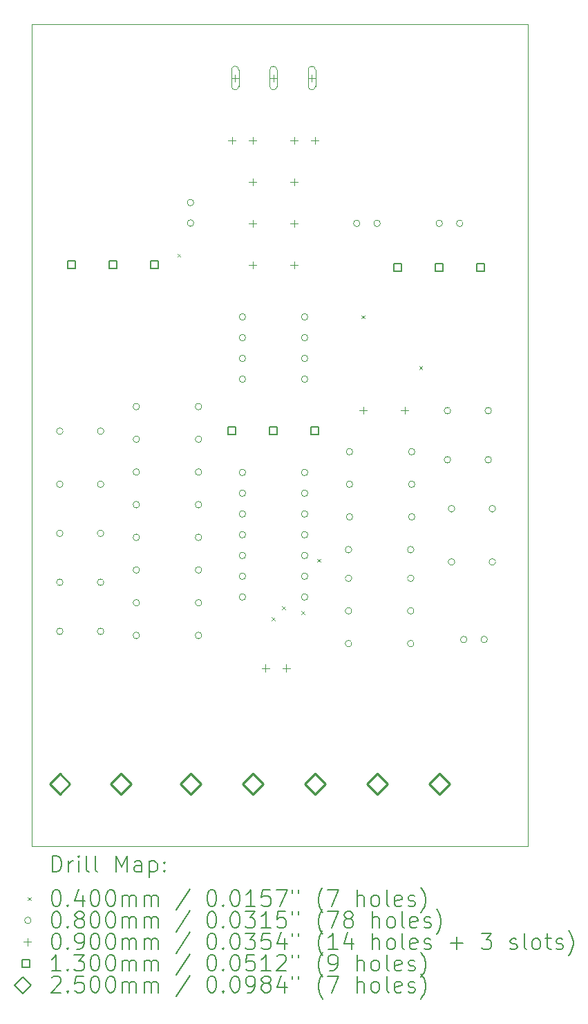
<source format=gbr>
%TF.GenerationSoftware,KiCad,Pcbnew,8.0.7*%
%TF.CreationDate,2024-12-12T07:23:36-07:00*%
%TF.ProjectId,Yule screamer,59756c65-2073-4637-9265-616d65722e6b,rev?*%
%TF.SameCoordinates,Original*%
%TF.FileFunction,Drillmap*%
%TF.FilePolarity,Positive*%
%FSLAX45Y45*%
G04 Gerber Fmt 4.5, Leading zero omitted, Abs format (unit mm)*
G04 Created by KiCad (PCBNEW 8.0.7) date 2024-12-12 07:23:36*
%MOMM*%
%LPD*%
G01*
G04 APERTURE LIST*
%ADD10C,0.100000*%
%ADD11C,0.200000*%
%ADD12C,0.130000*%
%ADD13C,0.250000*%
G04 APERTURE END LIST*
D10*
X20404000Y-4425000D02*
X26486000Y-4425000D01*
X26486000Y-14478000D01*
X20404000Y-14478000D01*
X20404000Y-4425000D01*
D11*
D10*
X22189700Y-7229510D02*
X22229700Y-7269510D01*
X22229700Y-7229510D02*
X22189700Y-7269510D01*
X23348000Y-11679990D02*
X23388000Y-11719990D01*
X23388000Y-11679990D02*
X23348000Y-11719990D01*
X23470880Y-11541240D02*
X23510880Y-11581240D01*
X23510880Y-11541240D02*
X23470880Y-11581240D01*
X23710490Y-11601870D02*
X23750490Y-11641870D01*
X23750490Y-11601870D02*
X23710490Y-11641870D01*
X23904660Y-10962450D02*
X23944660Y-11002450D01*
X23944660Y-10962450D02*
X23904660Y-11002450D01*
X24448500Y-7982000D02*
X24488500Y-8022000D01*
X24488500Y-7982000D02*
X24448500Y-8022000D01*
X25154670Y-8602670D02*
X25194670Y-8642670D01*
X25194670Y-8602670D02*
X25154670Y-8642670D01*
X20790000Y-9400000D02*
G75*
G02*
X20710000Y-9400000I-40000J0D01*
G01*
X20710000Y-9400000D02*
G75*
G02*
X20790000Y-9400000I40000J0D01*
G01*
X20790000Y-10050000D02*
G75*
G02*
X20710000Y-10050000I-40000J0D01*
G01*
X20710000Y-10050000D02*
G75*
G02*
X20790000Y-10050000I40000J0D01*
G01*
X20790000Y-10650000D02*
G75*
G02*
X20710000Y-10650000I-40000J0D01*
G01*
X20710000Y-10650000D02*
G75*
G02*
X20790000Y-10650000I40000J0D01*
G01*
X20790000Y-11250000D02*
G75*
G02*
X20710000Y-11250000I-40000J0D01*
G01*
X20710000Y-11250000D02*
G75*
G02*
X20790000Y-11250000I40000J0D01*
G01*
X20790000Y-11850000D02*
G75*
G02*
X20710000Y-11850000I-40000J0D01*
G01*
X20710000Y-11850000D02*
G75*
G02*
X20790000Y-11850000I40000J0D01*
G01*
X21290000Y-9400000D02*
G75*
G02*
X21210000Y-9400000I-40000J0D01*
G01*
X21210000Y-9400000D02*
G75*
G02*
X21290000Y-9400000I40000J0D01*
G01*
X21290000Y-10050000D02*
G75*
G02*
X21210000Y-10050000I-40000J0D01*
G01*
X21210000Y-10050000D02*
G75*
G02*
X21290000Y-10050000I40000J0D01*
G01*
X21290000Y-10650000D02*
G75*
G02*
X21210000Y-10650000I-40000J0D01*
G01*
X21210000Y-10650000D02*
G75*
G02*
X21290000Y-10650000I40000J0D01*
G01*
X21290000Y-11250000D02*
G75*
G02*
X21210000Y-11250000I-40000J0D01*
G01*
X21210000Y-11250000D02*
G75*
G02*
X21290000Y-11250000I40000J0D01*
G01*
X21290000Y-11850000D02*
G75*
G02*
X21210000Y-11850000I-40000J0D01*
G01*
X21210000Y-11850000D02*
G75*
G02*
X21290000Y-11850000I40000J0D01*
G01*
X21728000Y-9100000D02*
G75*
G02*
X21648000Y-9100000I-40000J0D01*
G01*
X21648000Y-9100000D02*
G75*
G02*
X21728000Y-9100000I40000J0D01*
G01*
X21728000Y-9500000D02*
G75*
G02*
X21648000Y-9500000I-40000J0D01*
G01*
X21648000Y-9500000D02*
G75*
G02*
X21728000Y-9500000I40000J0D01*
G01*
X21728000Y-9900000D02*
G75*
G02*
X21648000Y-9900000I-40000J0D01*
G01*
X21648000Y-9900000D02*
G75*
G02*
X21728000Y-9900000I40000J0D01*
G01*
X21728000Y-10300000D02*
G75*
G02*
X21648000Y-10300000I-40000J0D01*
G01*
X21648000Y-10300000D02*
G75*
G02*
X21728000Y-10300000I40000J0D01*
G01*
X21728000Y-10700000D02*
G75*
G02*
X21648000Y-10700000I-40000J0D01*
G01*
X21648000Y-10700000D02*
G75*
G02*
X21728000Y-10700000I40000J0D01*
G01*
X21728000Y-11100000D02*
G75*
G02*
X21648000Y-11100000I-40000J0D01*
G01*
X21648000Y-11100000D02*
G75*
G02*
X21728000Y-11100000I40000J0D01*
G01*
X21728000Y-11500000D02*
G75*
G02*
X21648000Y-11500000I-40000J0D01*
G01*
X21648000Y-11500000D02*
G75*
G02*
X21728000Y-11500000I40000J0D01*
G01*
X21728000Y-11900000D02*
G75*
G02*
X21648000Y-11900000I-40000J0D01*
G01*
X21648000Y-11900000D02*
G75*
G02*
X21728000Y-11900000I40000J0D01*
G01*
X22392000Y-6604000D02*
G75*
G02*
X22312000Y-6604000I-40000J0D01*
G01*
X22312000Y-6604000D02*
G75*
G02*
X22392000Y-6604000I40000J0D01*
G01*
X22392000Y-6854000D02*
G75*
G02*
X22312000Y-6854000I-40000J0D01*
G01*
X22312000Y-6854000D02*
G75*
G02*
X22392000Y-6854000I40000J0D01*
G01*
X22490000Y-9100000D02*
G75*
G02*
X22410000Y-9100000I-40000J0D01*
G01*
X22410000Y-9100000D02*
G75*
G02*
X22490000Y-9100000I40000J0D01*
G01*
X22490000Y-9500000D02*
G75*
G02*
X22410000Y-9500000I-40000J0D01*
G01*
X22410000Y-9500000D02*
G75*
G02*
X22490000Y-9500000I40000J0D01*
G01*
X22490000Y-9900000D02*
G75*
G02*
X22410000Y-9900000I-40000J0D01*
G01*
X22410000Y-9900000D02*
G75*
G02*
X22490000Y-9900000I40000J0D01*
G01*
X22490000Y-10300000D02*
G75*
G02*
X22410000Y-10300000I-40000J0D01*
G01*
X22410000Y-10300000D02*
G75*
G02*
X22490000Y-10300000I40000J0D01*
G01*
X22490000Y-10700000D02*
G75*
G02*
X22410000Y-10700000I-40000J0D01*
G01*
X22410000Y-10700000D02*
G75*
G02*
X22490000Y-10700000I40000J0D01*
G01*
X22490000Y-11100000D02*
G75*
G02*
X22410000Y-11100000I-40000J0D01*
G01*
X22410000Y-11100000D02*
G75*
G02*
X22490000Y-11100000I40000J0D01*
G01*
X22490000Y-11500000D02*
G75*
G02*
X22410000Y-11500000I-40000J0D01*
G01*
X22410000Y-11500000D02*
G75*
G02*
X22490000Y-11500000I40000J0D01*
G01*
X22490000Y-11900000D02*
G75*
G02*
X22410000Y-11900000I-40000J0D01*
G01*
X22410000Y-11900000D02*
G75*
G02*
X22490000Y-11900000I40000J0D01*
G01*
X23028000Y-8002000D02*
G75*
G02*
X22948000Y-8002000I-40000J0D01*
G01*
X22948000Y-8002000D02*
G75*
G02*
X23028000Y-8002000I40000J0D01*
G01*
X23028000Y-8256000D02*
G75*
G02*
X22948000Y-8256000I-40000J0D01*
G01*
X22948000Y-8256000D02*
G75*
G02*
X23028000Y-8256000I40000J0D01*
G01*
X23028000Y-8510000D02*
G75*
G02*
X22948000Y-8510000I-40000J0D01*
G01*
X22948000Y-8510000D02*
G75*
G02*
X23028000Y-8510000I40000J0D01*
G01*
X23028000Y-8764000D02*
G75*
G02*
X22948000Y-8764000I-40000J0D01*
G01*
X22948000Y-8764000D02*
G75*
G02*
X23028000Y-8764000I40000J0D01*
G01*
X23028000Y-9905500D02*
G75*
G02*
X22948000Y-9905500I-40000J0D01*
G01*
X22948000Y-9905500D02*
G75*
G02*
X23028000Y-9905500I40000J0D01*
G01*
X23028000Y-10159500D02*
G75*
G02*
X22948000Y-10159500I-40000J0D01*
G01*
X22948000Y-10159500D02*
G75*
G02*
X23028000Y-10159500I40000J0D01*
G01*
X23028000Y-10413500D02*
G75*
G02*
X22948000Y-10413500I-40000J0D01*
G01*
X22948000Y-10413500D02*
G75*
G02*
X23028000Y-10413500I40000J0D01*
G01*
X23028000Y-10667500D02*
G75*
G02*
X22948000Y-10667500I-40000J0D01*
G01*
X22948000Y-10667500D02*
G75*
G02*
X23028000Y-10667500I40000J0D01*
G01*
X23028000Y-10921500D02*
G75*
G02*
X22948000Y-10921500I-40000J0D01*
G01*
X22948000Y-10921500D02*
G75*
G02*
X23028000Y-10921500I40000J0D01*
G01*
X23028000Y-11175500D02*
G75*
G02*
X22948000Y-11175500I-40000J0D01*
G01*
X22948000Y-11175500D02*
G75*
G02*
X23028000Y-11175500I40000J0D01*
G01*
X23028000Y-11429500D02*
G75*
G02*
X22948000Y-11429500I-40000J0D01*
G01*
X22948000Y-11429500D02*
G75*
G02*
X23028000Y-11429500I40000J0D01*
G01*
X23790000Y-8002000D02*
G75*
G02*
X23710000Y-8002000I-40000J0D01*
G01*
X23710000Y-8002000D02*
G75*
G02*
X23790000Y-8002000I40000J0D01*
G01*
X23790000Y-8256000D02*
G75*
G02*
X23710000Y-8256000I-40000J0D01*
G01*
X23710000Y-8256000D02*
G75*
G02*
X23790000Y-8256000I40000J0D01*
G01*
X23790000Y-8510000D02*
G75*
G02*
X23710000Y-8510000I-40000J0D01*
G01*
X23710000Y-8510000D02*
G75*
G02*
X23790000Y-8510000I40000J0D01*
G01*
X23790000Y-8764000D02*
G75*
G02*
X23710000Y-8764000I-40000J0D01*
G01*
X23710000Y-8764000D02*
G75*
G02*
X23790000Y-8764000I40000J0D01*
G01*
X23790000Y-9905500D02*
G75*
G02*
X23710000Y-9905500I-40000J0D01*
G01*
X23710000Y-9905500D02*
G75*
G02*
X23790000Y-9905500I40000J0D01*
G01*
X23790000Y-10159500D02*
G75*
G02*
X23710000Y-10159500I-40000J0D01*
G01*
X23710000Y-10159500D02*
G75*
G02*
X23790000Y-10159500I40000J0D01*
G01*
X23790000Y-10413500D02*
G75*
G02*
X23710000Y-10413500I-40000J0D01*
G01*
X23710000Y-10413500D02*
G75*
G02*
X23790000Y-10413500I40000J0D01*
G01*
X23790000Y-10667500D02*
G75*
G02*
X23710000Y-10667500I-40000J0D01*
G01*
X23710000Y-10667500D02*
G75*
G02*
X23790000Y-10667500I40000J0D01*
G01*
X23790000Y-10921500D02*
G75*
G02*
X23710000Y-10921500I-40000J0D01*
G01*
X23710000Y-10921500D02*
G75*
G02*
X23790000Y-10921500I40000J0D01*
G01*
X23790000Y-11175500D02*
G75*
G02*
X23710000Y-11175500I-40000J0D01*
G01*
X23710000Y-11175500D02*
G75*
G02*
X23790000Y-11175500I40000J0D01*
G01*
X23790000Y-11429500D02*
G75*
G02*
X23710000Y-11429500I-40000J0D01*
G01*
X23710000Y-11429500D02*
G75*
G02*
X23790000Y-11429500I40000J0D01*
G01*
X24328000Y-10850000D02*
G75*
G02*
X24248000Y-10850000I-40000J0D01*
G01*
X24248000Y-10850000D02*
G75*
G02*
X24328000Y-10850000I40000J0D01*
G01*
X24328000Y-11200000D02*
G75*
G02*
X24248000Y-11200000I-40000J0D01*
G01*
X24248000Y-11200000D02*
G75*
G02*
X24328000Y-11200000I40000J0D01*
G01*
X24328000Y-11600000D02*
G75*
G02*
X24248000Y-11600000I-40000J0D01*
G01*
X24248000Y-11600000D02*
G75*
G02*
X24328000Y-11600000I40000J0D01*
G01*
X24328000Y-12000000D02*
G75*
G02*
X24248000Y-12000000I-40000J0D01*
G01*
X24248000Y-12000000D02*
G75*
G02*
X24328000Y-12000000I40000J0D01*
G01*
X24340000Y-9652000D02*
G75*
G02*
X24260000Y-9652000I-40000J0D01*
G01*
X24260000Y-9652000D02*
G75*
G02*
X24340000Y-9652000I40000J0D01*
G01*
X24340000Y-10050000D02*
G75*
G02*
X24260000Y-10050000I-40000J0D01*
G01*
X24260000Y-10050000D02*
G75*
G02*
X24340000Y-10050000I40000J0D01*
G01*
X24340000Y-10450000D02*
G75*
G02*
X24260000Y-10450000I-40000J0D01*
G01*
X24260000Y-10450000D02*
G75*
G02*
X24340000Y-10450000I40000J0D01*
G01*
X24428000Y-6858000D02*
G75*
G02*
X24348000Y-6858000I-40000J0D01*
G01*
X24348000Y-6858000D02*
G75*
G02*
X24428000Y-6858000I40000J0D01*
G01*
X24678000Y-6858000D02*
G75*
G02*
X24598000Y-6858000I-40000J0D01*
G01*
X24598000Y-6858000D02*
G75*
G02*
X24678000Y-6858000I40000J0D01*
G01*
X25090000Y-10850000D02*
G75*
G02*
X25010000Y-10850000I-40000J0D01*
G01*
X25010000Y-10850000D02*
G75*
G02*
X25090000Y-10850000I40000J0D01*
G01*
X25090000Y-11200000D02*
G75*
G02*
X25010000Y-11200000I-40000J0D01*
G01*
X25010000Y-11200000D02*
G75*
G02*
X25090000Y-11200000I40000J0D01*
G01*
X25090000Y-11600000D02*
G75*
G02*
X25010000Y-11600000I-40000J0D01*
G01*
X25010000Y-11600000D02*
G75*
G02*
X25090000Y-11600000I40000J0D01*
G01*
X25090000Y-12000000D02*
G75*
G02*
X25010000Y-12000000I-40000J0D01*
G01*
X25010000Y-12000000D02*
G75*
G02*
X25090000Y-12000000I40000J0D01*
G01*
X25102000Y-9652000D02*
G75*
G02*
X25022000Y-9652000I-40000J0D01*
G01*
X25022000Y-9652000D02*
G75*
G02*
X25102000Y-9652000I40000J0D01*
G01*
X25102000Y-10050000D02*
G75*
G02*
X25022000Y-10050000I-40000J0D01*
G01*
X25022000Y-10050000D02*
G75*
G02*
X25102000Y-10050000I40000J0D01*
G01*
X25102000Y-10450000D02*
G75*
G02*
X25022000Y-10450000I-40000J0D01*
G01*
X25022000Y-10450000D02*
G75*
G02*
X25102000Y-10450000I40000J0D01*
G01*
X25440000Y-6858000D02*
G75*
G02*
X25360000Y-6858000I-40000J0D01*
G01*
X25360000Y-6858000D02*
G75*
G02*
X25440000Y-6858000I40000J0D01*
G01*
X25540000Y-9150000D02*
G75*
G02*
X25460000Y-9150000I-40000J0D01*
G01*
X25460000Y-9150000D02*
G75*
G02*
X25540000Y-9150000I40000J0D01*
G01*
X25540000Y-9750000D02*
G75*
G02*
X25460000Y-9750000I-40000J0D01*
G01*
X25460000Y-9750000D02*
G75*
G02*
X25540000Y-9750000I40000J0D01*
G01*
X25590000Y-10350000D02*
G75*
G02*
X25510000Y-10350000I-40000J0D01*
G01*
X25510000Y-10350000D02*
G75*
G02*
X25590000Y-10350000I40000J0D01*
G01*
X25590000Y-11000000D02*
G75*
G02*
X25510000Y-11000000I-40000J0D01*
G01*
X25510000Y-11000000D02*
G75*
G02*
X25590000Y-11000000I40000J0D01*
G01*
X25690000Y-6858000D02*
G75*
G02*
X25610000Y-6858000I-40000J0D01*
G01*
X25610000Y-6858000D02*
G75*
G02*
X25690000Y-6858000I40000J0D01*
G01*
X25740000Y-11950000D02*
G75*
G02*
X25660000Y-11950000I-40000J0D01*
G01*
X25660000Y-11950000D02*
G75*
G02*
X25740000Y-11950000I40000J0D01*
G01*
X25990000Y-11950000D02*
G75*
G02*
X25910000Y-11950000I-40000J0D01*
G01*
X25910000Y-11950000D02*
G75*
G02*
X25990000Y-11950000I40000J0D01*
G01*
X26040000Y-9150000D02*
G75*
G02*
X25960000Y-9150000I-40000J0D01*
G01*
X25960000Y-9150000D02*
G75*
G02*
X26040000Y-9150000I40000J0D01*
G01*
X26040000Y-9750000D02*
G75*
G02*
X25960000Y-9750000I-40000J0D01*
G01*
X25960000Y-9750000D02*
G75*
G02*
X26040000Y-9750000I40000J0D01*
G01*
X26090000Y-10350000D02*
G75*
G02*
X26010000Y-10350000I-40000J0D01*
G01*
X26010000Y-10350000D02*
G75*
G02*
X26090000Y-10350000I40000J0D01*
G01*
X26090000Y-11000000D02*
G75*
G02*
X26010000Y-11000000I-40000J0D01*
G01*
X26010000Y-11000000D02*
G75*
G02*
X26090000Y-11000000I40000J0D01*
G01*
X22860000Y-5797000D02*
X22860000Y-5887000D01*
X22815000Y-5842000D02*
X22905000Y-5842000D01*
X22898000Y-5035000D02*
X22898000Y-5125000D01*
X22853000Y-5080000D02*
X22943000Y-5080000D01*
X22853000Y-4980000D02*
X22853000Y-5180000D01*
X22943000Y-5180000D02*
G75*
G02*
X22853000Y-5180000I-45000J0D01*
G01*
X22943000Y-5180000D02*
X22943000Y-4980000D01*
X22943000Y-4980000D02*
G75*
G03*
X22853000Y-4980000I-45000J0D01*
G01*
X23114000Y-5797000D02*
X23114000Y-5887000D01*
X23069000Y-5842000D02*
X23159000Y-5842000D01*
X23114000Y-6305000D02*
X23114000Y-6395000D01*
X23069000Y-6350000D02*
X23159000Y-6350000D01*
X23114000Y-6813000D02*
X23114000Y-6903000D01*
X23069000Y-6858000D02*
X23159000Y-6858000D01*
X23114000Y-7321000D02*
X23114000Y-7411000D01*
X23069000Y-7366000D02*
X23159000Y-7366000D01*
X23272500Y-12255000D02*
X23272500Y-12345000D01*
X23227500Y-12300000D02*
X23317500Y-12300000D01*
X23368000Y-5035000D02*
X23368000Y-5125000D01*
X23323000Y-5080000D02*
X23413000Y-5080000D01*
X23323000Y-4980000D02*
X23323000Y-5180000D01*
X23413000Y-5180000D02*
G75*
G02*
X23323000Y-5180000I-45000J0D01*
G01*
X23413000Y-5180000D02*
X23413000Y-4980000D01*
X23413000Y-4980000D02*
G75*
G03*
X23323000Y-4980000I-45000J0D01*
G01*
X23526500Y-12255000D02*
X23526500Y-12345000D01*
X23481500Y-12300000D02*
X23571500Y-12300000D01*
X23622000Y-5797000D02*
X23622000Y-5887000D01*
X23577000Y-5842000D02*
X23667000Y-5842000D01*
X23622000Y-6305000D02*
X23622000Y-6395000D01*
X23577000Y-6350000D02*
X23667000Y-6350000D01*
X23622000Y-6813000D02*
X23622000Y-6903000D01*
X23577000Y-6858000D02*
X23667000Y-6858000D01*
X23622000Y-7321000D02*
X23622000Y-7411000D01*
X23577000Y-7366000D02*
X23667000Y-7366000D01*
X23838000Y-5035000D02*
X23838000Y-5125000D01*
X23793000Y-5080000D02*
X23883000Y-5080000D01*
X23793000Y-4980000D02*
X23793000Y-5180000D01*
X23883000Y-5180000D02*
G75*
G02*
X23793000Y-5180000I-45000J0D01*
G01*
X23883000Y-5180000D02*
X23883000Y-4980000D01*
X23883000Y-4980000D02*
G75*
G03*
X23793000Y-4980000I-45000J0D01*
G01*
X23876000Y-5797000D02*
X23876000Y-5887000D01*
X23831000Y-5842000D02*
X23921000Y-5842000D01*
X24468500Y-9099000D02*
X24468500Y-9189000D01*
X24423500Y-9144000D02*
X24513500Y-9144000D01*
X24976500Y-9099000D02*
X24976500Y-9189000D01*
X24931500Y-9144000D02*
X25021500Y-9144000D01*
D12*
X20937962Y-7411962D02*
X20937962Y-7320038D01*
X20846038Y-7320038D01*
X20846038Y-7411962D01*
X20937962Y-7411962D01*
X21445962Y-7411962D02*
X21445962Y-7320038D01*
X21354038Y-7320038D01*
X21354038Y-7411962D01*
X21445962Y-7411962D01*
X21953962Y-7411962D02*
X21953962Y-7320038D01*
X21862038Y-7320038D01*
X21862038Y-7411962D01*
X21953962Y-7411962D01*
X22905962Y-9443962D02*
X22905962Y-9352038D01*
X22814038Y-9352038D01*
X22814038Y-9443962D01*
X22905962Y-9443962D01*
X23413962Y-9443962D02*
X23413962Y-9352038D01*
X23322038Y-9352038D01*
X23322038Y-9443962D01*
X23413962Y-9443962D01*
X23921962Y-9443962D02*
X23921962Y-9352038D01*
X23830038Y-9352038D01*
X23830038Y-9443962D01*
X23921962Y-9443962D01*
X24937962Y-7445962D02*
X24937962Y-7354038D01*
X24846038Y-7354038D01*
X24846038Y-7445962D01*
X24937962Y-7445962D01*
X25445962Y-7445962D02*
X25445962Y-7354038D01*
X25354038Y-7354038D01*
X25354038Y-7445962D01*
X25445962Y-7445962D01*
X25953962Y-7445962D02*
X25953962Y-7354038D01*
X25862038Y-7354038D01*
X25862038Y-7445962D01*
X25953962Y-7445962D01*
D13*
X20750000Y-13841000D02*
X20875000Y-13716000D01*
X20750000Y-13591000D01*
X20625000Y-13716000D01*
X20750000Y-13841000D01*
X21500000Y-13841000D02*
X21625000Y-13716000D01*
X21500000Y-13591000D01*
X21375000Y-13716000D01*
X21500000Y-13841000D01*
X22352000Y-13841000D02*
X22477000Y-13716000D01*
X22352000Y-13591000D01*
X22227000Y-13716000D01*
X22352000Y-13841000D01*
X23114000Y-13841000D02*
X23239000Y-13716000D01*
X23114000Y-13591000D01*
X22989000Y-13716000D01*
X23114000Y-13841000D01*
X23876000Y-13841000D02*
X24001000Y-13716000D01*
X23876000Y-13591000D01*
X23751000Y-13716000D01*
X23876000Y-13841000D01*
X24638000Y-13841000D02*
X24763000Y-13716000D01*
X24638000Y-13591000D01*
X24513000Y-13716000D01*
X24638000Y-13841000D01*
X25400000Y-13841000D02*
X25525000Y-13716000D01*
X25400000Y-13591000D01*
X25275000Y-13716000D01*
X25400000Y-13841000D01*
D11*
X20659777Y-14794484D02*
X20659777Y-14594484D01*
X20659777Y-14594484D02*
X20707396Y-14594484D01*
X20707396Y-14594484D02*
X20735967Y-14604008D01*
X20735967Y-14604008D02*
X20755015Y-14623055D01*
X20755015Y-14623055D02*
X20764539Y-14642103D01*
X20764539Y-14642103D02*
X20774063Y-14680198D01*
X20774063Y-14680198D02*
X20774063Y-14708769D01*
X20774063Y-14708769D02*
X20764539Y-14746865D01*
X20764539Y-14746865D02*
X20755015Y-14765912D01*
X20755015Y-14765912D02*
X20735967Y-14784960D01*
X20735967Y-14784960D02*
X20707396Y-14794484D01*
X20707396Y-14794484D02*
X20659777Y-14794484D01*
X20859777Y-14794484D02*
X20859777Y-14661150D01*
X20859777Y-14699246D02*
X20869301Y-14680198D01*
X20869301Y-14680198D02*
X20878824Y-14670674D01*
X20878824Y-14670674D02*
X20897872Y-14661150D01*
X20897872Y-14661150D02*
X20916920Y-14661150D01*
X20983586Y-14794484D02*
X20983586Y-14661150D01*
X20983586Y-14594484D02*
X20974063Y-14604008D01*
X20974063Y-14604008D02*
X20983586Y-14613531D01*
X20983586Y-14613531D02*
X20993110Y-14604008D01*
X20993110Y-14604008D02*
X20983586Y-14594484D01*
X20983586Y-14594484D02*
X20983586Y-14613531D01*
X21107396Y-14794484D02*
X21088348Y-14784960D01*
X21088348Y-14784960D02*
X21078824Y-14765912D01*
X21078824Y-14765912D02*
X21078824Y-14594484D01*
X21212158Y-14794484D02*
X21193110Y-14784960D01*
X21193110Y-14784960D02*
X21183586Y-14765912D01*
X21183586Y-14765912D02*
X21183586Y-14594484D01*
X21440729Y-14794484D02*
X21440729Y-14594484D01*
X21440729Y-14594484D02*
X21507396Y-14737341D01*
X21507396Y-14737341D02*
X21574063Y-14594484D01*
X21574063Y-14594484D02*
X21574063Y-14794484D01*
X21755015Y-14794484D02*
X21755015Y-14689722D01*
X21755015Y-14689722D02*
X21745491Y-14670674D01*
X21745491Y-14670674D02*
X21726444Y-14661150D01*
X21726444Y-14661150D02*
X21688348Y-14661150D01*
X21688348Y-14661150D02*
X21669301Y-14670674D01*
X21755015Y-14784960D02*
X21735967Y-14794484D01*
X21735967Y-14794484D02*
X21688348Y-14794484D01*
X21688348Y-14794484D02*
X21669301Y-14784960D01*
X21669301Y-14784960D02*
X21659777Y-14765912D01*
X21659777Y-14765912D02*
X21659777Y-14746865D01*
X21659777Y-14746865D02*
X21669301Y-14727817D01*
X21669301Y-14727817D02*
X21688348Y-14718293D01*
X21688348Y-14718293D02*
X21735967Y-14718293D01*
X21735967Y-14718293D02*
X21755015Y-14708769D01*
X21850253Y-14661150D02*
X21850253Y-14861150D01*
X21850253Y-14670674D02*
X21869301Y-14661150D01*
X21869301Y-14661150D02*
X21907396Y-14661150D01*
X21907396Y-14661150D02*
X21926444Y-14670674D01*
X21926444Y-14670674D02*
X21935967Y-14680198D01*
X21935967Y-14680198D02*
X21945491Y-14699246D01*
X21945491Y-14699246D02*
X21945491Y-14756388D01*
X21945491Y-14756388D02*
X21935967Y-14775436D01*
X21935967Y-14775436D02*
X21926444Y-14784960D01*
X21926444Y-14784960D02*
X21907396Y-14794484D01*
X21907396Y-14794484D02*
X21869301Y-14794484D01*
X21869301Y-14794484D02*
X21850253Y-14784960D01*
X22031205Y-14775436D02*
X22040729Y-14784960D01*
X22040729Y-14784960D02*
X22031205Y-14794484D01*
X22031205Y-14794484D02*
X22021682Y-14784960D01*
X22021682Y-14784960D02*
X22031205Y-14775436D01*
X22031205Y-14775436D02*
X22031205Y-14794484D01*
X22031205Y-14670674D02*
X22040729Y-14680198D01*
X22040729Y-14680198D02*
X22031205Y-14689722D01*
X22031205Y-14689722D02*
X22021682Y-14680198D01*
X22021682Y-14680198D02*
X22031205Y-14670674D01*
X22031205Y-14670674D02*
X22031205Y-14689722D01*
D10*
X20359000Y-15103000D02*
X20399000Y-15143000D01*
X20399000Y-15103000D02*
X20359000Y-15143000D01*
D11*
X20697872Y-15014484D02*
X20716920Y-15014484D01*
X20716920Y-15014484D02*
X20735967Y-15024008D01*
X20735967Y-15024008D02*
X20745491Y-15033531D01*
X20745491Y-15033531D02*
X20755015Y-15052579D01*
X20755015Y-15052579D02*
X20764539Y-15090674D01*
X20764539Y-15090674D02*
X20764539Y-15138293D01*
X20764539Y-15138293D02*
X20755015Y-15176388D01*
X20755015Y-15176388D02*
X20745491Y-15195436D01*
X20745491Y-15195436D02*
X20735967Y-15204960D01*
X20735967Y-15204960D02*
X20716920Y-15214484D01*
X20716920Y-15214484D02*
X20697872Y-15214484D01*
X20697872Y-15214484D02*
X20678824Y-15204960D01*
X20678824Y-15204960D02*
X20669301Y-15195436D01*
X20669301Y-15195436D02*
X20659777Y-15176388D01*
X20659777Y-15176388D02*
X20650253Y-15138293D01*
X20650253Y-15138293D02*
X20650253Y-15090674D01*
X20650253Y-15090674D02*
X20659777Y-15052579D01*
X20659777Y-15052579D02*
X20669301Y-15033531D01*
X20669301Y-15033531D02*
X20678824Y-15024008D01*
X20678824Y-15024008D02*
X20697872Y-15014484D01*
X20850253Y-15195436D02*
X20859777Y-15204960D01*
X20859777Y-15204960D02*
X20850253Y-15214484D01*
X20850253Y-15214484D02*
X20840729Y-15204960D01*
X20840729Y-15204960D02*
X20850253Y-15195436D01*
X20850253Y-15195436D02*
X20850253Y-15214484D01*
X21031205Y-15081150D02*
X21031205Y-15214484D01*
X20983586Y-15004960D02*
X20935967Y-15147817D01*
X20935967Y-15147817D02*
X21059777Y-15147817D01*
X21174063Y-15014484D02*
X21193110Y-15014484D01*
X21193110Y-15014484D02*
X21212158Y-15024008D01*
X21212158Y-15024008D02*
X21221682Y-15033531D01*
X21221682Y-15033531D02*
X21231205Y-15052579D01*
X21231205Y-15052579D02*
X21240729Y-15090674D01*
X21240729Y-15090674D02*
X21240729Y-15138293D01*
X21240729Y-15138293D02*
X21231205Y-15176388D01*
X21231205Y-15176388D02*
X21221682Y-15195436D01*
X21221682Y-15195436D02*
X21212158Y-15204960D01*
X21212158Y-15204960D02*
X21193110Y-15214484D01*
X21193110Y-15214484D02*
X21174063Y-15214484D01*
X21174063Y-15214484D02*
X21155015Y-15204960D01*
X21155015Y-15204960D02*
X21145491Y-15195436D01*
X21145491Y-15195436D02*
X21135967Y-15176388D01*
X21135967Y-15176388D02*
X21126444Y-15138293D01*
X21126444Y-15138293D02*
X21126444Y-15090674D01*
X21126444Y-15090674D02*
X21135967Y-15052579D01*
X21135967Y-15052579D02*
X21145491Y-15033531D01*
X21145491Y-15033531D02*
X21155015Y-15024008D01*
X21155015Y-15024008D02*
X21174063Y-15014484D01*
X21364539Y-15014484D02*
X21383586Y-15014484D01*
X21383586Y-15014484D02*
X21402634Y-15024008D01*
X21402634Y-15024008D02*
X21412158Y-15033531D01*
X21412158Y-15033531D02*
X21421682Y-15052579D01*
X21421682Y-15052579D02*
X21431205Y-15090674D01*
X21431205Y-15090674D02*
X21431205Y-15138293D01*
X21431205Y-15138293D02*
X21421682Y-15176388D01*
X21421682Y-15176388D02*
X21412158Y-15195436D01*
X21412158Y-15195436D02*
X21402634Y-15204960D01*
X21402634Y-15204960D02*
X21383586Y-15214484D01*
X21383586Y-15214484D02*
X21364539Y-15214484D01*
X21364539Y-15214484D02*
X21345491Y-15204960D01*
X21345491Y-15204960D02*
X21335967Y-15195436D01*
X21335967Y-15195436D02*
X21326444Y-15176388D01*
X21326444Y-15176388D02*
X21316920Y-15138293D01*
X21316920Y-15138293D02*
X21316920Y-15090674D01*
X21316920Y-15090674D02*
X21326444Y-15052579D01*
X21326444Y-15052579D02*
X21335967Y-15033531D01*
X21335967Y-15033531D02*
X21345491Y-15024008D01*
X21345491Y-15024008D02*
X21364539Y-15014484D01*
X21516920Y-15214484D02*
X21516920Y-15081150D01*
X21516920Y-15100198D02*
X21526444Y-15090674D01*
X21526444Y-15090674D02*
X21545491Y-15081150D01*
X21545491Y-15081150D02*
X21574063Y-15081150D01*
X21574063Y-15081150D02*
X21593110Y-15090674D01*
X21593110Y-15090674D02*
X21602634Y-15109722D01*
X21602634Y-15109722D02*
X21602634Y-15214484D01*
X21602634Y-15109722D02*
X21612158Y-15090674D01*
X21612158Y-15090674D02*
X21631205Y-15081150D01*
X21631205Y-15081150D02*
X21659777Y-15081150D01*
X21659777Y-15081150D02*
X21678825Y-15090674D01*
X21678825Y-15090674D02*
X21688348Y-15109722D01*
X21688348Y-15109722D02*
X21688348Y-15214484D01*
X21783586Y-15214484D02*
X21783586Y-15081150D01*
X21783586Y-15100198D02*
X21793110Y-15090674D01*
X21793110Y-15090674D02*
X21812158Y-15081150D01*
X21812158Y-15081150D02*
X21840729Y-15081150D01*
X21840729Y-15081150D02*
X21859777Y-15090674D01*
X21859777Y-15090674D02*
X21869301Y-15109722D01*
X21869301Y-15109722D02*
X21869301Y-15214484D01*
X21869301Y-15109722D02*
X21878825Y-15090674D01*
X21878825Y-15090674D02*
X21897872Y-15081150D01*
X21897872Y-15081150D02*
X21926444Y-15081150D01*
X21926444Y-15081150D02*
X21945491Y-15090674D01*
X21945491Y-15090674D02*
X21955015Y-15109722D01*
X21955015Y-15109722D02*
X21955015Y-15214484D01*
X22345491Y-15004960D02*
X22174063Y-15262103D01*
X22602634Y-15014484D02*
X22621682Y-15014484D01*
X22621682Y-15014484D02*
X22640729Y-15024008D01*
X22640729Y-15024008D02*
X22650253Y-15033531D01*
X22650253Y-15033531D02*
X22659777Y-15052579D01*
X22659777Y-15052579D02*
X22669301Y-15090674D01*
X22669301Y-15090674D02*
X22669301Y-15138293D01*
X22669301Y-15138293D02*
X22659777Y-15176388D01*
X22659777Y-15176388D02*
X22650253Y-15195436D01*
X22650253Y-15195436D02*
X22640729Y-15204960D01*
X22640729Y-15204960D02*
X22621682Y-15214484D01*
X22621682Y-15214484D02*
X22602634Y-15214484D01*
X22602634Y-15214484D02*
X22583586Y-15204960D01*
X22583586Y-15204960D02*
X22574063Y-15195436D01*
X22574063Y-15195436D02*
X22564539Y-15176388D01*
X22564539Y-15176388D02*
X22555015Y-15138293D01*
X22555015Y-15138293D02*
X22555015Y-15090674D01*
X22555015Y-15090674D02*
X22564539Y-15052579D01*
X22564539Y-15052579D02*
X22574063Y-15033531D01*
X22574063Y-15033531D02*
X22583586Y-15024008D01*
X22583586Y-15024008D02*
X22602634Y-15014484D01*
X22755015Y-15195436D02*
X22764539Y-15204960D01*
X22764539Y-15204960D02*
X22755015Y-15214484D01*
X22755015Y-15214484D02*
X22745491Y-15204960D01*
X22745491Y-15204960D02*
X22755015Y-15195436D01*
X22755015Y-15195436D02*
X22755015Y-15214484D01*
X22888348Y-15014484D02*
X22907396Y-15014484D01*
X22907396Y-15014484D02*
X22926444Y-15024008D01*
X22926444Y-15024008D02*
X22935967Y-15033531D01*
X22935967Y-15033531D02*
X22945491Y-15052579D01*
X22945491Y-15052579D02*
X22955015Y-15090674D01*
X22955015Y-15090674D02*
X22955015Y-15138293D01*
X22955015Y-15138293D02*
X22945491Y-15176388D01*
X22945491Y-15176388D02*
X22935967Y-15195436D01*
X22935967Y-15195436D02*
X22926444Y-15204960D01*
X22926444Y-15204960D02*
X22907396Y-15214484D01*
X22907396Y-15214484D02*
X22888348Y-15214484D01*
X22888348Y-15214484D02*
X22869301Y-15204960D01*
X22869301Y-15204960D02*
X22859777Y-15195436D01*
X22859777Y-15195436D02*
X22850253Y-15176388D01*
X22850253Y-15176388D02*
X22840729Y-15138293D01*
X22840729Y-15138293D02*
X22840729Y-15090674D01*
X22840729Y-15090674D02*
X22850253Y-15052579D01*
X22850253Y-15052579D02*
X22859777Y-15033531D01*
X22859777Y-15033531D02*
X22869301Y-15024008D01*
X22869301Y-15024008D02*
X22888348Y-15014484D01*
X23145491Y-15214484D02*
X23031206Y-15214484D01*
X23088348Y-15214484D02*
X23088348Y-15014484D01*
X23088348Y-15014484D02*
X23069301Y-15043055D01*
X23069301Y-15043055D02*
X23050253Y-15062103D01*
X23050253Y-15062103D02*
X23031206Y-15071627D01*
X23326444Y-15014484D02*
X23231206Y-15014484D01*
X23231206Y-15014484D02*
X23221682Y-15109722D01*
X23221682Y-15109722D02*
X23231206Y-15100198D01*
X23231206Y-15100198D02*
X23250253Y-15090674D01*
X23250253Y-15090674D02*
X23297872Y-15090674D01*
X23297872Y-15090674D02*
X23316920Y-15100198D01*
X23316920Y-15100198D02*
X23326444Y-15109722D01*
X23326444Y-15109722D02*
X23335967Y-15128769D01*
X23335967Y-15128769D02*
X23335967Y-15176388D01*
X23335967Y-15176388D02*
X23326444Y-15195436D01*
X23326444Y-15195436D02*
X23316920Y-15204960D01*
X23316920Y-15204960D02*
X23297872Y-15214484D01*
X23297872Y-15214484D02*
X23250253Y-15214484D01*
X23250253Y-15214484D02*
X23231206Y-15204960D01*
X23231206Y-15204960D02*
X23221682Y-15195436D01*
X23402634Y-15014484D02*
X23535967Y-15014484D01*
X23535967Y-15014484D02*
X23450253Y-15214484D01*
X23602634Y-15014484D02*
X23602634Y-15052579D01*
X23678825Y-15014484D02*
X23678825Y-15052579D01*
X23974063Y-15290674D02*
X23964539Y-15281150D01*
X23964539Y-15281150D02*
X23945491Y-15252579D01*
X23945491Y-15252579D02*
X23935968Y-15233531D01*
X23935968Y-15233531D02*
X23926444Y-15204960D01*
X23926444Y-15204960D02*
X23916920Y-15157341D01*
X23916920Y-15157341D02*
X23916920Y-15119246D01*
X23916920Y-15119246D02*
X23926444Y-15071627D01*
X23926444Y-15071627D02*
X23935968Y-15043055D01*
X23935968Y-15043055D02*
X23945491Y-15024008D01*
X23945491Y-15024008D02*
X23964539Y-14995436D01*
X23964539Y-14995436D02*
X23974063Y-14985912D01*
X24031206Y-15014484D02*
X24164539Y-15014484D01*
X24164539Y-15014484D02*
X24078825Y-15214484D01*
X24393110Y-15214484D02*
X24393110Y-15014484D01*
X24478825Y-15214484D02*
X24478825Y-15109722D01*
X24478825Y-15109722D02*
X24469301Y-15090674D01*
X24469301Y-15090674D02*
X24450253Y-15081150D01*
X24450253Y-15081150D02*
X24421682Y-15081150D01*
X24421682Y-15081150D02*
X24402634Y-15090674D01*
X24402634Y-15090674D02*
X24393110Y-15100198D01*
X24602634Y-15214484D02*
X24583587Y-15204960D01*
X24583587Y-15204960D02*
X24574063Y-15195436D01*
X24574063Y-15195436D02*
X24564539Y-15176388D01*
X24564539Y-15176388D02*
X24564539Y-15119246D01*
X24564539Y-15119246D02*
X24574063Y-15100198D01*
X24574063Y-15100198D02*
X24583587Y-15090674D01*
X24583587Y-15090674D02*
X24602634Y-15081150D01*
X24602634Y-15081150D02*
X24631206Y-15081150D01*
X24631206Y-15081150D02*
X24650253Y-15090674D01*
X24650253Y-15090674D02*
X24659777Y-15100198D01*
X24659777Y-15100198D02*
X24669301Y-15119246D01*
X24669301Y-15119246D02*
X24669301Y-15176388D01*
X24669301Y-15176388D02*
X24659777Y-15195436D01*
X24659777Y-15195436D02*
X24650253Y-15204960D01*
X24650253Y-15204960D02*
X24631206Y-15214484D01*
X24631206Y-15214484D02*
X24602634Y-15214484D01*
X24783587Y-15214484D02*
X24764539Y-15204960D01*
X24764539Y-15204960D02*
X24755015Y-15185912D01*
X24755015Y-15185912D02*
X24755015Y-15014484D01*
X24935968Y-15204960D02*
X24916920Y-15214484D01*
X24916920Y-15214484D02*
X24878825Y-15214484D01*
X24878825Y-15214484D02*
X24859777Y-15204960D01*
X24859777Y-15204960D02*
X24850253Y-15185912D01*
X24850253Y-15185912D02*
X24850253Y-15109722D01*
X24850253Y-15109722D02*
X24859777Y-15090674D01*
X24859777Y-15090674D02*
X24878825Y-15081150D01*
X24878825Y-15081150D02*
X24916920Y-15081150D01*
X24916920Y-15081150D02*
X24935968Y-15090674D01*
X24935968Y-15090674D02*
X24945491Y-15109722D01*
X24945491Y-15109722D02*
X24945491Y-15128769D01*
X24945491Y-15128769D02*
X24850253Y-15147817D01*
X25021682Y-15204960D02*
X25040730Y-15214484D01*
X25040730Y-15214484D02*
X25078825Y-15214484D01*
X25078825Y-15214484D02*
X25097872Y-15204960D01*
X25097872Y-15204960D02*
X25107396Y-15185912D01*
X25107396Y-15185912D02*
X25107396Y-15176388D01*
X25107396Y-15176388D02*
X25097872Y-15157341D01*
X25097872Y-15157341D02*
X25078825Y-15147817D01*
X25078825Y-15147817D02*
X25050253Y-15147817D01*
X25050253Y-15147817D02*
X25031206Y-15138293D01*
X25031206Y-15138293D02*
X25021682Y-15119246D01*
X25021682Y-15119246D02*
X25021682Y-15109722D01*
X25021682Y-15109722D02*
X25031206Y-15090674D01*
X25031206Y-15090674D02*
X25050253Y-15081150D01*
X25050253Y-15081150D02*
X25078825Y-15081150D01*
X25078825Y-15081150D02*
X25097872Y-15090674D01*
X25174063Y-15290674D02*
X25183587Y-15281150D01*
X25183587Y-15281150D02*
X25202634Y-15252579D01*
X25202634Y-15252579D02*
X25212158Y-15233531D01*
X25212158Y-15233531D02*
X25221682Y-15204960D01*
X25221682Y-15204960D02*
X25231206Y-15157341D01*
X25231206Y-15157341D02*
X25231206Y-15119246D01*
X25231206Y-15119246D02*
X25221682Y-15071627D01*
X25221682Y-15071627D02*
X25212158Y-15043055D01*
X25212158Y-15043055D02*
X25202634Y-15024008D01*
X25202634Y-15024008D02*
X25183587Y-14995436D01*
X25183587Y-14995436D02*
X25174063Y-14985912D01*
D10*
X20399000Y-15387000D02*
G75*
G02*
X20319000Y-15387000I-40000J0D01*
G01*
X20319000Y-15387000D02*
G75*
G02*
X20399000Y-15387000I40000J0D01*
G01*
D11*
X20697872Y-15278484D02*
X20716920Y-15278484D01*
X20716920Y-15278484D02*
X20735967Y-15288008D01*
X20735967Y-15288008D02*
X20745491Y-15297531D01*
X20745491Y-15297531D02*
X20755015Y-15316579D01*
X20755015Y-15316579D02*
X20764539Y-15354674D01*
X20764539Y-15354674D02*
X20764539Y-15402293D01*
X20764539Y-15402293D02*
X20755015Y-15440388D01*
X20755015Y-15440388D02*
X20745491Y-15459436D01*
X20745491Y-15459436D02*
X20735967Y-15468960D01*
X20735967Y-15468960D02*
X20716920Y-15478484D01*
X20716920Y-15478484D02*
X20697872Y-15478484D01*
X20697872Y-15478484D02*
X20678824Y-15468960D01*
X20678824Y-15468960D02*
X20669301Y-15459436D01*
X20669301Y-15459436D02*
X20659777Y-15440388D01*
X20659777Y-15440388D02*
X20650253Y-15402293D01*
X20650253Y-15402293D02*
X20650253Y-15354674D01*
X20650253Y-15354674D02*
X20659777Y-15316579D01*
X20659777Y-15316579D02*
X20669301Y-15297531D01*
X20669301Y-15297531D02*
X20678824Y-15288008D01*
X20678824Y-15288008D02*
X20697872Y-15278484D01*
X20850253Y-15459436D02*
X20859777Y-15468960D01*
X20859777Y-15468960D02*
X20850253Y-15478484D01*
X20850253Y-15478484D02*
X20840729Y-15468960D01*
X20840729Y-15468960D02*
X20850253Y-15459436D01*
X20850253Y-15459436D02*
X20850253Y-15478484D01*
X20974063Y-15364198D02*
X20955015Y-15354674D01*
X20955015Y-15354674D02*
X20945491Y-15345150D01*
X20945491Y-15345150D02*
X20935967Y-15326103D01*
X20935967Y-15326103D02*
X20935967Y-15316579D01*
X20935967Y-15316579D02*
X20945491Y-15297531D01*
X20945491Y-15297531D02*
X20955015Y-15288008D01*
X20955015Y-15288008D02*
X20974063Y-15278484D01*
X20974063Y-15278484D02*
X21012158Y-15278484D01*
X21012158Y-15278484D02*
X21031205Y-15288008D01*
X21031205Y-15288008D02*
X21040729Y-15297531D01*
X21040729Y-15297531D02*
X21050253Y-15316579D01*
X21050253Y-15316579D02*
X21050253Y-15326103D01*
X21050253Y-15326103D02*
X21040729Y-15345150D01*
X21040729Y-15345150D02*
X21031205Y-15354674D01*
X21031205Y-15354674D02*
X21012158Y-15364198D01*
X21012158Y-15364198D02*
X20974063Y-15364198D01*
X20974063Y-15364198D02*
X20955015Y-15373722D01*
X20955015Y-15373722D02*
X20945491Y-15383246D01*
X20945491Y-15383246D02*
X20935967Y-15402293D01*
X20935967Y-15402293D02*
X20935967Y-15440388D01*
X20935967Y-15440388D02*
X20945491Y-15459436D01*
X20945491Y-15459436D02*
X20955015Y-15468960D01*
X20955015Y-15468960D02*
X20974063Y-15478484D01*
X20974063Y-15478484D02*
X21012158Y-15478484D01*
X21012158Y-15478484D02*
X21031205Y-15468960D01*
X21031205Y-15468960D02*
X21040729Y-15459436D01*
X21040729Y-15459436D02*
X21050253Y-15440388D01*
X21050253Y-15440388D02*
X21050253Y-15402293D01*
X21050253Y-15402293D02*
X21040729Y-15383246D01*
X21040729Y-15383246D02*
X21031205Y-15373722D01*
X21031205Y-15373722D02*
X21012158Y-15364198D01*
X21174063Y-15278484D02*
X21193110Y-15278484D01*
X21193110Y-15278484D02*
X21212158Y-15288008D01*
X21212158Y-15288008D02*
X21221682Y-15297531D01*
X21221682Y-15297531D02*
X21231205Y-15316579D01*
X21231205Y-15316579D02*
X21240729Y-15354674D01*
X21240729Y-15354674D02*
X21240729Y-15402293D01*
X21240729Y-15402293D02*
X21231205Y-15440388D01*
X21231205Y-15440388D02*
X21221682Y-15459436D01*
X21221682Y-15459436D02*
X21212158Y-15468960D01*
X21212158Y-15468960D02*
X21193110Y-15478484D01*
X21193110Y-15478484D02*
X21174063Y-15478484D01*
X21174063Y-15478484D02*
X21155015Y-15468960D01*
X21155015Y-15468960D02*
X21145491Y-15459436D01*
X21145491Y-15459436D02*
X21135967Y-15440388D01*
X21135967Y-15440388D02*
X21126444Y-15402293D01*
X21126444Y-15402293D02*
X21126444Y-15354674D01*
X21126444Y-15354674D02*
X21135967Y-15316579D01*
X21135967Y-15316579D02*
X21145491Y-15297531D01*
X21145491Y-15297531D02*
X21155015Y-15288008D01*
X21155015Y-15288008D02*
X21174063Y-15278484D01*
X21364539Y-15278484D02*
X21383586Y-15278484D01*
X21383586Y-15278484D02*
X21402634Y-15288008D01*
X21402634Y-15288008D02*
X21412158Y-15297531D01*
X21412158Y-15297531D02*
X21421682Y-15316579D01*
X21421682Y-15316579D02*
X21431205Y-15354674D01*
X21431205Y-15354674D02*
X21431205Y-15402293D01*
X21431205Y-15402293D02*
X21421682Y-15440388D01*
X21421682Y-15440388D02*
X21412158Y-15459436D01*
X21412158Y-15459436D02*
X21402634Y-15468960D01*
X21402634Y-15468960D02*
X21383586Y-15478484D01*
X21383586Y-15478484D02*
X21364539Y-15478484D01*
X21364539Y-15478484D02*
X21345491Y-15468960D01*
X21345491Y-15468960D02*
X21335967Y-15459436D01*
X21335967Y-15459436D02*
X21326444Y-15440388D01*
X21326444Y-15440388D02*
X21316920Y-15402293D01*
X21316920Y-15402293D02*
X21316920Y-15354674D01*
X21316920Y-15354674D02*
X21326444Y-15316579D01*
X21326444Y-15316579D02*
X21335967Y-15297531D01*
X21335967Y-15297531D02*
X21345491Y-15288008D01*
X21345491Y-15288008D02*
X21364539Y-15278484D01*
X21516920Y-15478484D02*
X21516920Y-15345150D01*
X21516920Y-15364198D02*
X21526444Y-15354674D01*
X21526444Y-15354674D02*
X21545491Y-15345150D01*
X21545491Y-15345150D02*
X21574063Y-15345150D01*
X21574063Y-15345150D02*
X21593110Y-15354674D01*
X21593110Y-15354674D02*
X21602634Y-15373722D01*
X21602634Y-15373722D02*
X21602634Y-15478484D01*
X21602634Y-15373722D02*
X21612158Y-15354674D01*
X21612158Y-15354674D02*
X21631205Y-15345150D01*
X21631205Y-15345150D02*
X21659777Y-15345150D01*
X21659777Y-15345150D02*
X21678825Y-15354674D01*
X21678825Y-15354674D02*
X21688348Y-15373722D01*
X21688348Y-15373722D02*
X21688348Y-15478484D01*
X21783586Y-15478484D02*
X21783586Y-15345150D01*
X21783586Y-15364198D02*
X21793110Y-15354674D01*
X21793110Y-15354674D02*
X21812158Y-15345150D01*
X21812158Y-15345150D02*
X21840729Y-15345150D01*
X21840729Y-15345150D02*
X21859777Y-15354674D01*
X21859777Y-15354674D02*
X21869301Y-15373722D01*
X21869301Y-15373722D02*
X21869301Y-15478484D01*
X21869301Y-15373722D02*
X21878825Y-15354674D01*
X21878825Y-15354674D02*
X21897872Y-15345150D01*
X21897872Y-15345150D02*
X21926444Y-15345150D01*
X21926444Y-15345150D02*
X21945491Y-15354674D01*
X21945491Y-15354674D02*
X21955015Y-15373722D01*
X21955015Y-15373722D02*
X21955015Y-15478484D01*
X22345491Y-15268960D02*
X22174063Y-15526103D01*
X22602634Y-15278484D02*
X22621682Y-15278484D01*
X22621682Y-15278484D02*
X22640729Y-15288008D01*
X22640729Y-15288008D02*
X22650253Y-15297531D01*
X22650253Y-15297531D02*
X22659777Y-15316579D01*
X22659777Y-15316579D02*
X22669301Y-15354674D01*
X22669301Y-15354674D02*
X22669301Y-15402293D01*
X22669301Y-15402293D02*
X22659777Y-15440388D01*
X22659777Y-15440388D02*
X22650253Y-15459436D01*
X22650253Y-15459436D02*
X22640729Y-15468960D01*
X22640729Y-15468960D02*
X22621682Y-15478484D01*
X22621682Y-15478484D02*
X22602634Y-15478484D01*
X22602634Y-15478484D02*
X22583586Y-15468960D01*
X22583586Y-15468960D02*
X22574063Y-15459436D01*
X22574063Y-15459436D02*
X22564539Y-15440388D01*
X22564539Y-15440388D02*
X22555015Y-15402293D01*
X22555015Y-15402293D02*
X22555015Y-15354674D01*
X22555015Y-15354674D02*
X22564539Y-15316579D01*
X22564539Y-15316579D02*
X22574063Y-15297531D01*
X22574063Y-15297531D02*
X22583586Y-15288008D01*
X22583586Y-15288008D02*
X22602634Y-15278484D01*
X22755015Y-15459436D02*
X22764539Y-15468960D01*
X22764539Y-15468960D02*
X22755015Y-15478484D01*
X22755015Y-15478484D02*
X22745491Y-15468960D01*
X22745491Y-15468960D02*
X22755015Y-15459436D01*
X22755015Y-15459436D02*
X22755015Y-15478484D01*
X22888348Y-15278484D02*
X22907396Y-15278484D01*
X22907396Y-15278484D02*
X22926444Y-15288008D01*
X22926444Y-15288008D02*
X22935967Y-15297531D01*
X22935967Y-15297531D02*
X22945491Y-15316579D01*
X22945491Y-15316579D02*
X22955015Y-15354674D01*
X22955015Y-15354674D02*
X22955015Y-15402293D01*
X22955015Y-15402293D02*
X22945491Y-15440388D01*
X22945491Y-15440388D02*
X22935967Y-15459436D01*
X22935967Y-15459436D02*
X22926444Y-15468960D01*
X22926444Y-15468960D02*
X22907396Y-15478484D01*
X22907396Y-15478484D02*
X22888348Y-15478484D01*
X22888348Y-15478484D02*
X22869301Y-15468960D01*
X22869301Y-15468960D02*
X22859777Y-15459436D01*
X22859777Y-15459436D02*
X22850253Y-15440388D01*
X22850253Y-15440388D02*
X22840729Y-15402293D01*
X22840729Y-15402293D02*
X22840729Y-15354674D01*
X22840729Y-15354674D02*
X22850253Y-15316579D01*
X22850253Y-15316579D02*
X22859777Y-15297531D01*
X22859777Y-15297531D02*
X22869301Y-15288008D01*
X22869301Y-15288008D02*
X22888348Y-15278484D01*
X23021682Y-15278484D02*
X23145491Y-15278484D01*
X23145491Y-15278484D02*
X23078825Y-15354674D01*
X23078825Y-15354674D02*
X23107396Y-15354674D01*
X23107396Y-15354674D02*
X23126444Y-15364198D01*
X23126444Y-15364198D02*
X23135967Y-15373722D01*
X23135967Y-15373722D02*
X23145491Y-15392769D01*
X23145491Y-15392769D02*
X23145491Y-15440388D01*
X23145491Y-15440388D02*
X23135967Y-15459436D01*
X23135967Y-15459436D02*
X23126444Y-15468960D01*
X23126444Y-15468960D02*
X23107396Y-15478484D01*
X23107396Y-15478484D02*
X23050253Y-15478484D01*
X23050253Y-15478484D02*
X23031206Y-15468960D01*
X23031206Y-15468960D02*
X23021682Y-15459436D01*
X23335967Y-15478484D02*
X23221682Y-15478484D01*
X23278825Y-15478484D02*
X23278825Y-15278484D01*
X23278825Y-15278484D02*
X23259777Y-15307055D01*
X23259777Y-15307055D02*
X23240729Y-15326103D01*
X23240729Y-15326103D02*
X23221682Y-15335627D01*
X23516920Y-15278484D02*
X23421682Y-15278484D01*
X23421682Y-15278484D02*
X23412158Y-15373722D01*
X23412158Y-15373722D02*
X23421682Y-15364198D01*
X23421682Y-15364198D02*
X23440729Y-15354674D01*
X23440729Y-15354674D02*
X23488348Y-15354674D01*
X23488348Y-15354674D02*
X23507396Y-15364198D01*
X23507396Y-15364198D02*
X23516920Y-15373722D01*
X23516920Y-15373722D02*
X23526444Y-15392769D01*
X23526444Y-15392769D02*
X23526444Y-15440388D01*
X23526444Y-15440388D02*
X23516920Y-15459436D01*
X23516920Y-15459436D02*
X23507396Y-15468960D01*
X23507396Y-15468960D02*
X23488348Y-15478484D01*
X23488348Y-15478484D02*
X23440729Y-15478484D01*
X23440729Y-15478484D02*
X23421682Y-15468960D01*
X23421682Y-15468960D02*
X23412158Y-15459436D01*
X23602634Y-15278484D02*
X23602634Y-15316579D01*
X23678825Y-15278484D02*
X23678825Y-15316579D01*
X23974063Y-15554674D02*
X23964539Y-15545150D01*
X23964539Y-15545150D02*
X23945491Y-15516579D01*
X23945491Y-15516579D02*
X23935968Y-15497531D01*
X23935968Y-15497531D02*
X23926444Y-15468960D01*
X23926444Y-15468960D02*
X23916920Y-15421341D01*
X23916920Y-15421341D02*
X23916920Y-15383246D01*
X23916920Y-15383246D02*
X23926444Y-15335627D01*
X23926444Y-15335627D02*
X23935968Y-15307055D01*
X23935968Y-15307055D02*
X23945491Y-15288008D01*
X23945491Y-15288008D02*
X23964539Y-15259436D01*
X23964539Y-15259436D02*
X23974063Y-15249912D01*
X24031206Y-15278484D02*
X24164539Y-15278484D01*
X24164539Y-15278484D02*
X24078825Y-15478484D01*
X24269301Y-15364198D02*
X24250253Y-15354674D01*
X24250253Y-15354674D02*
X24240729Y-15345150D01*
X24240729Y-15345150D02*
X24231206Y-15326103D01*
X24231206Y-15326103D02*
X24231206Y-15316579D01*
X24231206Y-15316579D02*
X24240729Y-15297531D01*
X24240729Y-15297531D02*
X24250253Y-15288008D01*
X24250253Y-15288008D02*
X24269301Y-15278484D01*
X24269301Y-15278484D02*
X24307396Y-15278484D01*
X24307396Y-15278484D02*
X24326444Y-15288008D01*
X24326444Y-15288008D02*
X24335968Y-15297531D01*
X24335968Y-15297531D02*
X24345491Y-15316579D01*
X24345491Y-15316579D02*
X24345491Y-15326103D01*
X24345491Y-15326103D02*
X24335968Y-15345150D01*
X24335968Y-15345150D02*
X24326444Y-15354674D01*
X24326444Y-15354674D02*
X24307396Y-15364198D01*
X24307396Y-15364198D02*
X24269301Y-15364198D01*
X24269301Y-15364198D02*
X24250253Y-15373722D01*
X24250253Y-15373722D02*
X24240729Y-15383246D01*
X24240729Y-15383246D02*
X24231206Y-15402293D01*
X24231206Y-15402293D02*
X24231206Y-15440388D01*
X24231206Y-15440388D02*
X24240729Y-15459436D01*
X24240729Y-15459436D02*
X24250253Y-15468960D01*
X24250253Y-15468960D02*
X24269301Y-15478484D01*
X24269301Y-15478484D02*
X24307396Y-15478484D01*
X24307396Y-15478484D02*
X24326444Y-15468960D01*
X24326444Y-15468960D02*
X24335968Y-15459436D01*
X24335968Y-15459436D02*
X24345491Y-15440388D01*
X24345491Y-15440388D02*
X24345491Y-15402293D01*
X24345491Y-15402293D02*
X24335968Y-15383246D01*
X24335968Y-15383246D02*
X24326444Y-15373722D01*
X24326444Y-15373722D02*
X24307396Y-15364198D01*
X24583587Y-15478484D02*
X24583587Y-15278484D01*
X24669301Y-15478484D02*
X24669301Y-15373722D01*
X24669301Y-15373722D02*
X24659777Y-15354674D01*
X24659777Y-15354674D02*
X24640730Y-15345150D01*
X24640730Y-15345150D02*
X24612158Y-15345150D01*
X24612158Y-15345150D02*
X24593110Y-15354674D01*
X24593110Y-15354674D02*
X24583587Y-15364198D01*
X24793110Y-15478484D02*
X24774063Y-15468960D01*
X24774063Y-15468960D02*
X24764539Y-15459436D01*
X24764539Y-15459436D02*
X24755015Y-15440388D01*
X24755015Y-15440388D02*
X24755015Y-15383246D01*
X24755015Y-15383246D02*
X24764539Y-15364198D01*
X24764539Y-15364198D02*
X24774063Y-15354674D01*
X24774063Y-15354674D02*
X24793110Y-15345150D01*
X24793110Y-15345150D02*
X24821682Y-15345150D01*
X24821682Y-15345150D02*
X24840730Y-15354674D01*
X24840730Y-15354674D02*
X24850253Y-15364198D01*
X24850253Y-15364198D02*
X24859777Y-15383246D01*
X24859777Y-15383246D02*
X24859777Y-15440388D01*
X24859777Y-15440388D02*
X24850253Y-15459436D01*
X24850253Y-15459436D02*
X24840730Y-15468960D01*
X24840730Y-15468960D02*
X24821682Y-15478484D01*
X24821682Y-15478484D02*
X24793110Y-15478484D01*
X24974063Y-15478484D02*
X24955015Y-15468960D01*
X24955015Y-15468960D02*
X24945491Y-15449912D01*
X24945491Y-15449912D02*
X24945491Y-15278484D01*
X25126444Y-15468960D02*
X25107396Y-15478484D01*
X25107396Y-15478484D02*
X25069301Y-15478484D01*
X25069301Y-15478484D02*
X25050253Y-15468960D01*
X25050253Y-15468960D02*
X25040730Y-15449912D01*
X25040730Y-15449912D02*
X25040730Y-15373722D01*
X25040730Y-15373722D02*
X25050253Y-15354674D01*
X25050253Y-15354674D02*
X25069301Y-15345150D01*
X25069301Y-15345150D02*
X25107396Y-15345150D01*
X25107396Y-15345150D02*
X25126444Y-15354674D01*
X25126444Y-15354674D02*
X25135968Y-15373722D01*
X25135968Y-15373722D02*
X25135968Y-15392769D01*
X25135968Y-15392769D02*
X25040730Y-15411817D01*
X25212158Y-15468960D02*
X25231206Y-15478484D01*
X25231206Y-15478484D02*
X25269301Y-15478484D01*
X25269301Y-15478484D02*
X25288349Y-15468960D01*
X25288349Y-15468960D02*
X25297872Y-15449912D01*
X25297872Y-15449912D02*
X25297872Y-15440388D01*
X25297872Y-15440388D02*
X25288349Y-15421341D01*
X25288349Y-15421341D02*
X25269301Y-15411817D01*
X25269301Y-15411817D02*
X25240730Y-15411817D01*
X25240730Y-15411817D02*
X25221682Y-15402293D01*
X25221682Y-15402293D02*
X25212158Y-15383246D01*
X25212158Y-15383246D02*
X25212158Y-15373722D01*
X25212158Y-15373722D02*
X25221682Y-15354674D01*
X25221682Y-15354674D02*
X25240730Y-15345150D01*
X25240730Y-15345150D02*
X25269301Y-15345150D01*
X25269301Y-15345150D02*
X25288349Y-15354674D01*
X25364539Y-15554674D02*
X25374063Y-15545150D01*
X25374063Y-15545150D02*
X25393111Y-15516579D01*
X25393111Y-15516579D02*
X25402634Y-15497531D01*
X25402634Y-15497531D02*
X25412158Y-15468960D01*
X25412158Y-15468960D02*
X25421682Y-15421341D01*
X25421682Y-15421341D02*
X25421682Y-15383246D01*
X25421682Y-15383246D02*
X25412158Y-15335627D01*
X25412158Y-15335627D02*
X25402634Y-15307055D01*
X25402634Y-15307055D02*
X25393111Y-15288008D01*
X25393111Y-15288008D02*
X25374063Y-15259436D01*
X25374063Y-15259436D02*
X25364539Y-15249912D01*
D10*
X20354000Y-15606000D02*
X20354000Y-15696000D01*
X20309000Y-15651000D02*
X20399000Y-15651000D01*
D11*
X20697872Y-15542484D02*
X20716920Y-15542484D01*
X20716920Y-15542484D02*
X20735967Y-15552008D01*
X20735967Y-15552008D02*
X20745491Y-15561531D01*
X20745491Y-15561531D02*
X20755015Y-15580579D01*
X20755015Y-15580579D02*
X20764539Y-15618674D01*
X20764539Y-15618674D02*
X20764539Y-15666293D01*
X20764539Y-15666293D02*
X20755015Y-15704388D01*
X20755015Y-15704388D02*
X20745491Y-15723436D01*
X20745491Y-15723436D02*
X20735967Y-15732960D01*
X20735967Y-15732960D02*
X20716920Y-15742484D01*
X20716920Y-15742484D02*
X20697872Y-15742484D01*
X20697872Y-15742484D02*
X20678824Y-15732960D01*
X20678824Y-15732960D02*
X20669301Y-15723436D01*
X20669301Y-15723436D02*
X20659777Y-15704388D01*
X20659777Y-15704388D02*
X20650253Y-15666293D01*
X20650253Y-15666293D02*
X20650253Y-15618674D01*
X20650253Y-15618674D02*
X20659777Y-15580579D01*
X20659777Y-15580579D02*
X20669301Y-15561531D01*
X20669301Y-15561531D02*
X20678824Y-15552008D01*
X20678824Y-15552008D02*
X20697872Y-15542484D01*
X20850253Y-15723436D02*
X20859777Y-15732960D01*
X20859777Y-15732960D02*
X20850253Y-15742484D01*
X20850253Y-15742484D02*
X20840729Y-15732960D01*
X20840729Y-15732960D02*
X20850253Y-15723436D01*
X20850253Y-15723436D02*
X20850253Y-15742484D01*
X20955015Y-15742484D02*
X20993110Y-15742484D01*
X20993110Y-15742484D02*
X21012158Y-15732960D01*
X21012158Y-15732960D02*
X21021682Y-15723436D01*
X21021682Y-15723436D02*
X21040729Y-15694865D01*
X21040729Y-15694865D02*
X21050253Y-15656769D01*
X21050253Y-15656769D02*
X21050253Y-15580579D01*
X21050253Y-15580579D02*
X21040729Y-15561531D01*
X21040729Y-15561531D02*
X21031205Y-15552008D01*
X21031205Y-15552008D02*
X21012158Y-15542484D01*
X21012158Y-15542484D02*
X20974063Y-15542484D01*
X20974063Y-15542484D02*
X20955015Y-15552008D01*
X20955015Y-15552008D02*
X20945491Y-15561531D01*
X20945491Y-15561531D02*
X20935967Y-15580579D01*
X20935967Y-15580579D02*
X20935967Y-15628198D01*
X20935967Y-15628198D02*
X20945491Y-15647246D01*
X20945491Y-15647246D02*
X20955015Y-15656769D01*
X20955015Y-15656769D02*
X20974063Y-15666293D01*
X20974063Y-15666293D02*
X21012158Y-15666293D01*
X21012158Y-15666293D02*
X21031205Y-15656769D01*
X21031205Y-15656769D02*
X21040729Y-15647246D01*
X21040729Y-15647246D02*
X21050253Y-15628198D01*
X21174063Y-15542484D02*
X21193110Y-15542484D01*
X21193110Y-15542484D02*
X21212158Y-15552008D01*
X21212158Y-15552008D02*
X21221682Y-15561531D01*
X21221682Y-15561531D02*
X21231205Y-15580579D01*
X21231205Y-15580579D02*
X21240729Y-15618674D01*
X21240729Y-15618674D02*
X21240729Y-15666293D01*
X21240729Y-15666293D02*
X21231205Y-15704388D01*
X21231205Y-15704388D02*
X21221682Y-15723436D01*
X21221682Y-15723436D02*
X21212158Y-15732960D01*
X21212158Y-15732960D02*
X21193110Y-15742484D01*
X21193110Y-15742484D02*
X21174063Y-15742484D01*
X21174063Y-15742484D02*
X21155015Y-15732960D01*
X21155015Y-15732960D02*
X21145491Y-15723436D01*
X21145491Y-15723436D02*
X21135967Y-15704388D01*
X21135967Y-15704388D02*
X21126444Y-15666293D01*
X21126444Y-15666293D02*
X21126444Y-15618674D01*
X21126444Y-15618674D02*
X21135967Y-15580579D01*
X21135967Y-15580579D02*
X21145491Y-15561531D01*
X21145491Y-15561531D02*
X21155015Y-15552008D01*
X21155015Y-15552008D02*
X21174063Y-15542484D01*
X21364539Y-15542484D02*
X21383586Y-15542484D01*
X21383586Y-15542484D02*
X21402634Y-15552008D01*
X21402634Y-15552008D02*
X21412158Y-15561531D01*
X21412158Y-15561531D02*
X21421682Y-15580579D01*
X21421682Y-15580579D02*
X21431205Y-15618674D01*
X21431205Y-15618674D02*
X21431205Y-15666293D01*
X21431205Y-15666293D02*
X21421682Y-15704388D01*
X21421682Y-15704388D02*
X21412158Y-15723436D01*
X21412158Y-15723436D02*
X21402634Y-15732960D01*
X21402634Y-15732960D02*
X21383586Y-15742484D01*
X21383586Y-15742484D02*
X21364539Y-15742484D01*
X21364539Y-15742484D02*
X21345491Y-15732960D01*
X21345491Y-15732960D02*
X21335967Y-15723436D01*
X21335967Y-15723436D02*
X21326444Y-15704388D01*
X21326444Y-15704388D02*
X21316920Y-15666293D01*
X21316920Y-15666293D02*
X21316920Y-15618674D01*
X21316920Y-15618674D02*
X21326444Y-15580579D01*
X21326444Y-15580579D02*
X21335967Y-15561531D01*
X21335967Y-15561531D02*
X21345491Y-15552008D01*
X21345491Y-15552008D02*
X21364539Y-15542484D01*
X21516920Y-15742484D02*
X21516920Y-15609150D01*
X21516920Y-15628198D02*
X21526444Y-15618674D01*
X21526444Y-15618674D02*
X21545491Y-15609150D01*
X21545491Y-15609150D02*
X21574063Y-15609150D01*
X21574063Y-15609150D02*
X21593110Y-15618674D01*
X21593110Y-15618674D02*
X21602634Y-15637722D01*
X21602634Y-15637722D02*
X21602634Y-15742484D01*
X21602634Y-15637722D02*
X21612158Y-15618674D01*
X21612158Y-15618674D02*
X21631205Y-15609150D01*
X21631205Y-15609150D02*
X21659777Y-15609150D01*
X21659777Y-15609150D02*
X21678825Y-15618674D01*
X21678825Y-15618674D02*
X21688348Y-15637722D01*
X21688348Y-15637722D02*
X21688348Y-15742484D01*
X21783586Y-15742484D02*
X21783586Y-15609150D01*
X21783586Y-15628198D02*
X21793110Y-15618674D01*
X21793110Y-15618674D02*
X21812158Y-15609150D01*
X21812158Y-15609150D02*
X21840729Y-15609150D01*
X21840729Y-15609150D02*
X21859777Y-15618674D01*
X21859777Y-15618674D02*
X21869301Y-15637722D01*
X21869301Y-15637722D02*
X21869301Y-15742484D01*
X21869301Y-15637722D02*
X21878825Y-15618674D01*
X21878825Y-15618674D02*
X21897872Y-15609150D01*
X21897872Y-15609150D02*
X21926444Y-15609150D01*
X21926444Y-15609150D02*
X21945491Y-15618674D01*
X21945491Y-15618674D02*
X21955015Y-15637722D01*
X21955015Y-15637722D02*
X21955015Y-15742484D01*
X22345491Y-15532960D02*
X22174063Y-15790103D01*
X22602634Y-15542484D02*
X22621682Y-15542484D01*
X22621682Y-15542484D02*
X22640729Y-15552008D01*
X22640729Y-15552008D02*
X22650253Y-15561531D01*
X22650253Y-15561531D02*
X22659777Y-15580579D01*
X22659777Y-15580579D02*
X22669301Y-15618674D01*
X22669301Y-15618674D02*
X22669301Y-15666293D01*
X22669301Y-15666293D02*
X22659777Y-15704388D01*
X22659777Y-15704388D02*
X22650253Y-15723436D01*
X22650253Y-15723436D02*
X22640729Y-15732960D01*
X22640729Y-15732960D02*
X22621682Y-15742484D01*
X22621682Y-15742484D02*
X22602634Y-15742484D01*
X22602634Y-15742484D02*
X22583586Y-15732960D01*
X22583586Y-15732960D02*
X22574063Y-15723436D01*
X22574063Y-15723436D02*
X22564539Y-15704388D01*
X22564539Y-15704388D02*
X22555015Y-15666293D01*
X22555015Y-15666293D02*
X22555015Y-15618674D01*
X22555015Y-15618674D02*
X22564539Y-15580579D01*
X22564539Y-15580579D02*
X22574063Y-15561531D01*
X22574063Y-15561531D02*
X22583586Y-15552008D01*
X22583586Y-15552008D02*
X22602634Y-15542484D01*
X22755015Y-15723436D02*
X22764539Y-15732960D01*
X22764539Y-15732960D02*
X22755015Y-15742484D01*
X22755015Y-15742484D02*
X22745491Y-15732960D01*
X22745491Y-15732960D02*
X22755015Y-15723436D01*
X22755015Y-15723436D02*
X22755015Y-15742484D01*
X22888348Y-15542484D02*
X22907396Y-15542484D01*
X22907396Y-15542484D02*
X22926444Y-15552008D01*
X22926444Y-15552008D02*
X22935967Y-15561531D01*
X22935967Y-15561531D02*
X22945491Y-15580579D01*
X22945491Y-15580579D02*
X22955015Y-15618674D01*
X22955015Y-15618674D02*
X22955015Y-15666293D01*
X22955015Y-15666293D02*
X22945491Y-15704388D01*
X22945491Y-15704388D02*
X22935967Y-15723436D01*
X22935967Y-15723436D02*
X22926444Y-15732960D01*
X22926444Y-15732960D02*
X22907396Y-15742484D01*
X22907396Y-15742484D02*
X22888348Y-15742484D01*
X22888348Y-15742484D02*
X22869301Y-15732960D01*
X22869301Y-15732960D02*
X22859777Y-15723436D01*
X22859777Y-15723436D02*
X22850253Y-15704388D01*
X22850253Y-15704388D02*
X22840729Y-15666293D01*
X22840729Y-15666293D02*
X22840729Y-15618674D01*
X22840729Y-15618674D02*
X22850253Y-15580579D01*
X22850253Y-15580579D02*
X22859777Y-15561531D01*
X22859777Y-15561531D02*
X22869301Y-15552008D01*
X22869301Y-15552008D02*
X22888348Y-15542484D01*
X23021682Y-15542484D02*
X23145491Y-15542484D01*
X23145491Y-15542484D02*
X23078825Y-15618674D01*
X23078825Y-15618674D02*
X23107396Y-15618674D01*
X23107396Y-15618674D02*
X23126444Y-15628198D01*
X23126444Y-15628198D02*
X23135967Y-15637722D01*
X23135967Y-15637722D02*
X23145491Y-15656769D01*
X23145491Y-15656769D02*
X23145491Y-15704388D01*
X23145491Y-15704388D02*
X23135967Y-15723436D01*
X23135967Y-15723436D02*
X23126444Y-15732960D01*
X23126444Y-15732960D02*
X23107396Y-15742484D01*
X23107396Y-15742484D02*
X23050253Y-15742484D01*
X23050253Y-15742484D02*
X23031206Y-15732960D01*
X23031206Y-15732960D02*
X23021682Y-15723436D01*
X23326444Y-15542484D02*
X23231206Y-15542484D01*
X23231206Y-15542484D02*
X23221682Y-15637722D01*
X23221682Y-15637722D02*
X23231206Y-15628198D01*
X23231206Y-15628198D02*
X23250253Y-15618674D01*
X23250253Y-15618674D02*
X23297872Y-15618674D01*
X23297872Y-15618674D02*
X23316920Y-15628198D01*
X23316920Y-15628198D02*
X23326444Y-15637722D01*
X23326444Y-15637722D02*
X23335967Y-15656769D01*
X23335967Y-15656769D02*
X23335967Y-15704388D01*
X23335967Y-15704388D02*
X23326444Y-15723436D01*
X23326444Y-15723436D02*
X23316920Y-15732960D01*
X23316920Y-15732960D02*
X23297872Y-15742484D01*
X23297872Y-15742484D02*
X23250253Y-15742484D01*
X23250253Y-15742484D02*
X23231206Y-15732960D01*
X23231206Y-15732960D02*
X23221682Y-15723436D01*
X23507396Y-15609150D02*
X23507396Y-15742484D01*
X23459777Y-15532960D02*
X23412158Y-15675817D01*
X23412158Y-15675817D02*
X23535967Y-15675817D01*
X23602634Y-15542484D02*
X23602634Y-15580579D01*
X23678825Y-15542484D02*
X23678825Y-15580579D01*
X23974063Y-15818674D02*
X23964539Y-15809150D01*
X23964539Y-15809150D02*
X23945491Y-15780579D01*
X23945491Y-15780579D02*
X23935968Y-15761531D01*
X23935968Y-15761531D02*
X23926444Y-15732960D01*
X23926444Y-15732960D02*
X23916920Y-15685341D01*
X23916920Y-15685341D02*
X23916920Y-15647246D01*
X23916920Y-15647246D02*
X23926444Y-15599627D01*
X23926444Y-15599627D02*
X23935968Y-15571055D01*
X23935968Y-15571055D02*
X23945491Y-15552008D01*
X23945491Y-15552008D02*
X23964539Y-15523436D01*
X23964539Y-15523436D02*
X23974063Y-15513912D01*
X24155015Y-15742484D02*
X24040729Y-15742484D01*
X24097872Y-15742484D02*
X24097872Y-15542484D01*
X24097872Y-15542484D02*
X24078825Y-15571055D01*
X24078825Y-15571055D02*
X24059777Y-15590103D01*
X24059777Y-15590103D02*
X24040729Y-15599627D01*
X24326444Y-15609150D02*
X24326444Y-15742484D01*
X24278825Y-15532960D02*
X24231206Y-15675817D01*
X24231206Y-15675817D02*
X24355015Y-15675817D01*
X24583587Y-15742484D02*
X24583587Y-15542484D01*
X24669301Y-15742484D02*
X24669301Y-15637722D01*
X24669301Y-15637722D02*
X24659777Y-15618674D01*
X24659777Y-15618674D02*
X24640730Y-15609150D01*
X24640730Y-15609150D02*
X24612158Y-15609150D01*
X24612158Y-15609150D02*
X24593110Y-15618674D01*
X24593110Y-15618674D02*
X24583587Y-15628198D01*
X24793110Y-15742484D02*
X24774063Y-15732960D01*
X24774063Y-15732960D02*
X24764539Y-15723436D01*
X24764539Y-15723436D02*
X24755015Y-15704388D01*
X24755015Y-15704388D02*
X24755015Y-15647246D01*
X24755015Y-15647246D02*
X24764539Y-15628198D01*
X24764539Y-15628198D02*
X24774063Y-15618674D01*
X24774063Y-15618674D02*
X24793110Y-15609150D01*
X24793110Y-15609150D02*
X24821682Y-15609150D01*
X24821682Y-15609150D02*
X24840730Y-15618674D01*
X24840730Y-15618674D02*
X24850253Y-15628198D01*
X24850253Y-15628198D02*
X24859777Y-15647246D01*
X24859777Y-15647246D02*
X24859777Y-15704388D01*
X24859777Y-15704388D02*
X24850253Y-15723436D01*
X24850253Y-15723436D02*
X24840730Y-15732960D01*
X24840730Y-15732960D02*
X24821682Y-15742484D01*
X24821682Y-15742484D02*
X24793110Y-15742484D01*
X24974063Y-15742484D02*
X24955015Y-15732960D01*
X24955015Y-15732960D02*
X24945491Y-15713912D01*
X24945491Y-15713912D02*
X24945491Y-15542484D01*
X25126444Y-15732960D02*
X25107396Y-15742484D01*
X25107396Y-15742484D02*
X25069301Y-15742484D01*
X25069301Y-15742484D02*
X25050253Y-15732960D01*
X25050253Y-15732960D02*
X25040730Y-15713912D01*
X25040730Y-15713912D02*
X25040730Y-15637722D01*
X25040730Y-15637722D02*
X25050253Y-15618674D01*
X25050253Y-15618674D02*
X25069301Y-15609150D01*
X25069301Y-15609150D02*
X25107396Y-15609150D01*
X25107396Y-15609150D02*
X25126444Y-15618674D01*
X25126444Y-15618674D02*
X25135968Y-15637722D01*
X25135968Y-15637722D02*
X25135968Y-15656769D01*
X25135968Y-15656769D02*
X25040730Y-15675817D01*
X25212158Y-15732960D02*
X25231206Y-15742484D01*
X25231206Y-15742484D02*
X25269301Y-15742484D01*
X25269301Y-15742484D02*
X25288349Y-15732960D01*
X25288349Y-15732960D02*
X25297872Y-15713912D01*
X25297872Y-15713912D02*
X25297872Y-15704388D01*
X25297872Y-15704388D02*
X25288349Y-15685341D01*
X25288349Y-15685341D02*
X25269301Y-15675817D01*
X25269301Y-15675817D02*
X25240730Y-15675817D01*
X25240730Y-15675817D02*
X25221682Y-15666293D01*
X25221682Y-15666293D02*
X25212158Y-15647246D01*
X25212158Y-15647246D02*
X25212158Y-15637722D01*
X25212158Y-15637722D02*
X25221682Y-15618674D01*
X25221682Y-15618674D02*
X25240730Y-15609150D01*
X25240730Y-15609150D02*
X25269301Y-15609150D01*
X25269301Y-15609150D02*
X25288349Y-15618674D01*
X25535968Y-15666293D02*
X25688349Y-15666293D01*
X25612158Y-15742484D02*
X25612158Y-15590103D01*
X25916920Y-15542484D02*
X26040730Y-15542484D01*
X26040730Y-15542484D02*
X25974063Y-15618674D01*
X25974063Y-15618674D02*
X26002634Y-15618674D01*
X26002634Y-15618674D02*
X26021682Y-15628198D01*
X26021682Y-15628198D02*
X26031206Y-15637722D01*
X26031206Y-15637722D02*
X26040730Y-15656769D01*
X26040730Y-15656769D02*
X26040730Y-15704388D01*
X26040730Y-15704388D02*
X26031206Y-15723436D01*
X26031206Y-15723436D02*
X26021682Y-15732960D01*
X26021682Y-15732960D02*
X26002634Y-15742484D01*
X26002634Y-15742484D02*
X25945492Y-15742484D01*
X25945492Y-15742484D02*
X25926444Y-15732960D01*
X25926444Y-15732960D02*
X25916920Y-15723436D01*
X26269301Y-15732960D02*
X26288349Y-15742484D01*
X26288349Y-15742484D02*
X26326444Y-15742484D01*
X26326444Y-15742484D02*
X26345492Y-15732960D01*
X26345492Y-15732960D02*
X26355015Y-15713912D01*
X26355015Y-15713912D02*
X26355015Y-15704388D01*
X26355015Y-15704388D02*
X26345492Y-15685341D01*
X26345492Y-15685341D02*
X26326444Y-15675817D01*
X26326444Y-15675817D02*
X26297873Y-15675817D01*
X26297873Y-15675817D02*
X26278825Y-15666293D01*
X26278825Y-15666293D02*
X26269301Y-15647246D01*
X26269301Y-15647246D02*
X26269301Y-15637722D01*
X26269301Y-15637722D02*
X26278825Y-15618674D01*
X26278825Y-15618674D02*
X26297873Y-15609150D01*
X26297873Y-15609150D02*
X26326444Y-15609150D01*
X26326444Y-15609150D02*
X26345492Y-15618674D01*
X26469301Y-15742484D02*
X26450254Y-15732960D01*
X26450254Y-15732960D02*
X26440730Y-15713912D01*
X26440730Y-15713912D02*
X26440730Y-15542484D01*
X26574063Y-15742484D02*
X26555015Y-15732960D01*
X26555015Y-15732960D02*
X26545492Y-15723436D01*
X26545492Y-15723436D02*
X26535968Y-15704388D01*
X26535968Y-15704388D02*
X26535968Y-15647246D01*
X26535968Y-15647246D02*
X26545492Y-15628198D01*
X26545492Y-15628198D02*
X26555015Y-15618674D01*
X26555015Y-15618674D02*
X26574063Y-15609150D01*
X26574063Y-15609150D02*
X26602635Y-15609150D01*
X26602635Y-15609150D02*
X26621682Y-15618674D01*
X26621682Y-15618674D02*
X26631206Y-15628198D01*
X26631206Y-15628198D02*
X26640730Y-15647246D01*
X26640730Y-15647246D02*
X26640730Y-15704388D01*
X26640730Y-15704388D02*
X26631206Y-15723436D01*
X26631206Y-15723436D02*
X26621682Y-15732960D01*
X26621682Y-15732960D02*
X26602635Y-15742484D01*
X26602635Y-15742484D02*
X26574063Y-15742484D01*
X26697873Y-15609150D02*
X26774063Y-15609150D01*
X26726444Y-15542484D02*
X26726444Y-15713912D01*
X26726444Y-15713912D02*
X26735968Y-15732960D01*
X26735968Y-15732960D02*
X26755015Y-15742484D01*
X26755015Y-15742484D02*
X26774063Y-15742484D01*
X26831206Y-15732960D02*
X26850254Y-15742484D01*
X26850254Y-15742484D02*
X26888349Y-15742484D01*
X26888349Y-15742484D02*
X26907396Y-15732960D01*
X26907396Y-15732960D02*
X26916920Y-15713912D01*
X26916920Y-15713912D02*
X26916920Y-15704388D01*
X26916920Y-15704388D02*
X26907396Y-15685341D01*
X26907396Y-15685341D02*
X26888349Y-15675817D01*
X26888349Y-15675817D02*
X26859777Y-15675817D01*
X26859777Y-15675817D02*
X26840730Y-15666293D01*
X26840730Y-15666293D02*
X26831206Y-15647246D01*
X26831206Y-15647246D02*
X26831206Y-15637722D01*
X26831206Y-15637722D02*
X26840730Y-15618674D01*
X26840730Y-15618674D02*
X26859777Y-15609150D01*
X26859777Y-15609150D02*
X26888349Y-15609150D01*
X26888349Y-15609150D02*
X26907396Y-15618674D01*
X26983587Y-15818674D02*
X26993111Y-15809150D01*
X26993111Y-15809150D02*
X27012158Y-15780579D01*
X27012158Y-15780579D02*
X27021682Y-15761531D01*
X27021682Y-15761531D02*
X27031206Y-15732960D01*
X27031206Y-15732960D02*
X27040730Y-15685341D01*
X27040730Y-15685341D02*
X27040730Y-15647246D01*
X27040730Y-15647246D02*
X27031206Y-15599627D01*
X27031206Y-15599627D02*
X27021682Y-15571055D01*
X27021682Y-15571055D02*
X27012158Y-15552008D01*
X27012158Y-15552008D02*
X26993111Y-15523436D01*
X26993111Y-15523436D02*
X26983587Y-15513912D01*
D12*
X20379962Y-15960962D02*
X20379962Y-15869038D01*
X20288038Y-15869038D01*
X20288038Y-15960962D01*
X20379962Y-15960962D01*
D11*
X20764539Y-16006484D02*
X20650253Y-16006484D01*
X20707396Y-16006484D02*
X20707396Y-15806484D01*
X20707396Y-15806484D02*
X20688348Y-15835055D01*
X20688348Y-15835055D02*
X20669301Y-15854103D01*
X20669301Y-15854103D02*
X20650253Y-15863627D01*
X20850253Y-15987436D02*
X20859777Y-15996960D01*
X20859777Y-15996960D02*
X20850253Y-16006484D01*
X20850253Y-16006484D02*
X20840729Y-15996960D01*
X20840729Y-15996960D02*
X20850253Y-15987436D01*
X20850253Y-15987436D02*
X20850253Y-16006484D01*
X20926444Y-15806484D02*
X21050253Y-15806484D01*
X21050253Y-15806484D02*
X20983586Y-15882674D01*
X20983586Y-15882674D02*
X21012158Y-15882674D01*
X21012158Y-15882674D02*
X21031205Y-15892198D01*
X21031205Y-15892198D02*
X21040729Y-15901722D01*
X21040729Y-15901722D02*
X21050253Y-15920769D01*
X21050253Y-15920769D02*
X21050253Y-15968388D01*
X21050253Y-15968388D02*
X21040729Y-15987436D01*
X21040729Y-15987436D02*
X21031205Y-15996960D01*
X21031205Y-15996960D02*
X21012158Y-16006484D01*
X21012158Y-16006484D02*
X20955015Y-16006484D01*
X20955015Y-16006484D02*
X20935967Y-15996960D01*
X20935967Y-15996960D02*
X20926444Y-15987436D01*
X21174063Y-15806484D02*
X21193110Y-15806484D01*
X21193110Y-15806484D02*
X21212158Y-15816008D01*
X21212158Y-15816008D02*
X21221682Y-15825531D01*
X21221682Y-15825531D02*
X21231205Y-15844579D01*
X21231205Y-15844579D02*
X21240729Y-15882674D01*
X21240729Y-15882674D02*
X21240729Y-15930293D01*
X21240729Y-15930293D02*
X21231205Y-15968388D01*
X21231205Y-15968388D02*
X21221682Y-15987436D01*
X21221682Y-15987436D02*
X21212158Y-15996960D01*
X21212158Y-15996960D02*
X21193110Y-16006484D01*
X21193110Y-16006484D02*
X21174063Y-16006484D01*
X21174063Y-16006484D02*
X21155015Y-15996960D01*
X21155015Y-15996960D02*
X21145491Y-15987436D01*
X21145491Y-15987436D02*
X21135967Y-15968388D01*
X21135967Y-15968388D02*
X21126444Y-15930293D01*
X21126444Y-15930293D02*
X21126444Y-15882674D01*
X21126444Y-15882674D02*
X21135967Y-15844579D01*
X21135967Y-15844579D02*
X21145491Y-15825531D01*
X21145491Y-15825531D02*
X21155015Y-15816008D01*
X21155015Y-15816008D02*
X21174063Y-15806484D01*
X21364539Y-15806484D02*
X21383586Y-15806484D01*
X21383586Y-15806484D02*
X21402634Y-15816008D01*
X21402634Y-15816008D02*
X21412158Y-15825531D01*
X21412158Y-15825531D02*
X21421682Y-15844579D01*
X21421682Y-15844579D02*
X21431205Y-15882674D01*
X21431205Y-15882674D02*
X21431205Y-15930293D01*
X21431205Y-15930293D02*
X21421682Y-15968388D01*
X21421682Y-15968388D02*
X21412158Y-15987436D01*
X21412158Y-15987436D02*
X21402634Y-15996960D01*
X21402634Y-15996960D02*
X21383586Y-16006484D01*
X21383586Y-16006484D02*
X21364539Y-16006484D01*
X21364539Y-16006484D02*
X21345491Y-15996960D01*
X21345491Y-15996960D02*
X21335967Y-15987436D01*
X21335967Y-15987436D02*
X21326444Y-15968388D01*
X21326444Y-15968388D02*
X21316920Y-15930293D01*
X21316920Y-15930293D02*
X21316920Y-15882674D01*
X21316920Y-15882674D02*
X21326444Y-15844579D01*
X21326444Y-15844579D02*
X21335967Y-15825531D01*
X21335967Y-15825531D02*
X21345491Y-15816008D01*
X21345491Y-15816008D02*
X21364539Y-15806484D01*
X21516920Y-16006484D02*
X21516920Y-15873150D01*
X21516920Y-15892198D02*
X21526444Y-15882674D01*
X21526444Y-15882674D02*
X21545491Y-15873150D01*
X21545491Y-15873150D02*
X21574063Y-15873150D01*
X21574063Y-15873150D02*
X21593110Y-15882674D01*
X21593110Y-15882674D02*
X21602634Y-15901722D01*
X21602634Y-15901722D02*
X21602634Y-16006484D01*
X21602634Y-15901722D02*
X21612158Y-15882674D01*
X21612158Y-15882674D02*
X21631205Y-15873150D01*
X21631205Y-15873150D02*
X21659777Y-15873150D01*
X21659777Y-15873150D02*
X21678825Y-15882674D01*
X21678825Y-15882674D02*
X21688348Y-15901722D01*
X21688348Y-15901722D02*
X21688348Y-16006484D01*
X21783586Y-16006484D02*
X21783586Y-15873150D01*
X21783586Y-15892198D02*
X21793110Y-15882674D01*
X21793110Y-15882674D02*
X21812158Y-15873150D01*
X21812158Y-15873150D02*
X21840729Y-15873150D01*
X21840729Y-15873150D02*
X21859777Y-15882674D01*
X21859777Y-15882674D02*
X21869301Y-15901722D01*
X21869301Y-15901722D02*
X21869301Y-16006484D01*
X21869301Y-15901722D02*
X21878825Y-15882674D01*
X21878825Y-15882674D02*
X21897872Y-15873150D01*
X21897872Y-15873150D02*
X21926444Y-15873150D01*
X21926444Y-15873150D02*
X21945491Y-15882674D01*
X21945491Y-15882674D02*
X21955015Y-15901722D01*
X21955015Y-15901722D02*
X21955015Y-16006484D01*
X22345491Y-15796960D02*
X22174063Y-16054103D01*
X22602634Y-15806484D02*
X22621682Y-15806484D01*
X22621682Y-15806484D02*
X22640729Y-15816008D01*
X22640729Y-15816008D02*
X22650253Y-15825531D01*
X22650253Y-15825531D02*
X22659777Y-15844579D01*
X22659777Y-15844579D02*
X22669301Y-15882674D01*
X22669301Y-15882674D02*
X22669301Y-15930293D01*
X22669301Y-15930293D02*
X22659777Y-15968388D01*
X22659777Y-15968388D02*
X22650253Y-15987436D01*
X22650253Y-15987436D02*
X22640729Y-15996960D01*
X22640729Y-15996960D02*
X22621682Y-16006484D01*
X22621682Y-16006484D02*
X22602634Y-16006484D01*
X22602634Y-16006484D02*
X22583586Y-15996960D01*
X22583586Y-15996960D02*
X22574063Y-15987436D01*
X22574063Y-15987436D02*
X22564539Y-15968388D01*
X22564539Y-15968388D02*
X22555015Y-15930293D01*
X22555015Y-15930293D02*
X22555015Y-15882674D01*
X22555015Y-15882674D02*
X22564539Y-15844579D01*
X22564539Y-15844579D02*
X22574063Y-15825531D01*
X22574063Y-15825531D02*
X22583586Y-15816008D01*
X22583586Y-15816008D02*
X22602634Y-15806484D01*
X22755015Y-15987436D02*
X22764539Y-15996960D01*
X22764539Y-15996960D02*
X22755015Y-16006484D01*
X22755015Y-16006484D02*
X22745491Y-15996960D01*
X22745491Y-15996960D02*
X22755015Y-15987436D01*
X22755015Y-15987436D02*
X22755015Y-16006484D01*
X22888348Y-15806484D02*
X22907396Y-15806484D01*
X22907396Y-15806484D02*
X22926444Y-15816008D01*
X22926444Y-15816008D02*
X22935967Y-15825531D01*
X22935967Y-15825531D02*
X22945491Y-15844579D01*
X22945491Y-15844579D02*
X22955015Y-15882674D01*
X22955015Y-15882674D02*
X22955015Y-15930293D01*
X22955015Y-15930293D02*
X22945491Y-15968388D01*
X22945491Y-15968388D02*
X22935967Y-15987436D01*
X22935967Y-15987436D02*
X22926444Y-15996960D01*
X22926444Y-15996960D02*
X22907396Y-16006484D01*
X22907396Y-16006484D02*
X22888348Y-16006484D01*
X22888348Y-16006484D02*
X22869301Y-15996960D01*
X22869301Y-15996960D02*
X22859777Y-15987436D01*
X22859777Y-15987436D02*
X22850253Y-15968388D01*
X22850253Y-15968388D02*
X22840729Y-15930293D01*
X22840729Y-15930293D02*
X22840729Y-15882674D01*
X22840729Y-15882674D02*
X22850253Y-15844579D01*
X22850253Y-15844579D02*
X22859777Y-15825531D01*
X22859777Y-15825531D02*
X22869301Y-15816008D01*
X22869301Y-15816008D02*
X22888348Y-15806484D01*
X23135967Y-15806484D02*
X23040729Y-15806484D01*
X23040729Y-15806484D02*
X23031206Y-15901722D01*
X23031206Y-15901722D02*
X23040729Y-15892198D01*
X23040729Y-15892198D02*
X23059777Y-15882674D01*
X23059777Y-15882674D02*
X23107396Y-15882674D01*
X23107396Y-15882674D02*
X23126444Y-15892198D01*
X23126444Y-15892198D02*
X23135967Y-15901722D01*
X23135967Y-15901722D02*
X23145491Y-15920769D01*
X23145491Y-15920769D02*
X23145491Y-15968388D01*
X23145491Y-15968388D02*
X23135967Y-15987436D01*
X23135967Y-15987436D02*
X23126444Y-15996960D01*
X23126444Y-15996960D02*
X23107396Y-16006484D01*
X23107396Y-16006484D02*
X23059777Y-16006484D01*
X23059777Y-16006484D02*
X23040729Y-15996960D01*
X23040729Y-15996960D02*
X23031206Y-15987436D01*
X23335967Y-16006484D02*
X23221682Y-16006484D01*
X23278825Y-16006484D02*
X23278825Y-15806484D01*
X23278825Y-15806484D02*
X23259777Y-15835055D01*
X23259777Y-15835055D02*
X23240729Y-15854103D01*
X23240729Y-15854103D02*
X23221682Y-15863627D01*
X23412158Y-15825531D02*
X23421682Y-15816008D01*
X23421682Y-15816008D02*
X23440729Y-15806484D01*
X23440729Y-15806484D02*
X23488348Y-15806484D01*
X23488348Y-15806484D02*
X23507396Y-15816008D01*
X23507396Y-15816008D02*
X23516920Y-15825531D01*
X23516920Y-15825531D02*
X23526444Y-15844579D01*
X23526444Y-15844579D02*
X23526444Y-15863627D01*
X23526444Y-15863627D02*
X23516920Y-15892198D01*
X23516920Y-15892198D02*
X23402634Y-16006484D01*
X23402634Y-16006484D02*
X23526444Y-16006484D01*
X23602634Y-15806484D02*
X23602634Y-15844579D01*
X23678825Y-15806484D02*
X23678825Y-15844579D01*
X23974063Y-16082674D02*
X23964539Y-16073150D01*
X23964539Y-16073150D02*
X23945491Y-16044579D01*
X23945491Y-16044579D02*
X23935968Y-16025531D01*
X23935968Y-16025531D02*
X23926444Y-15996960D01*
X23926444Y-15996960D02*
X23916920Y-15949341D01*
X23916920Y-15949341D02*
X23916920Y-15911246D01*
X23916920Y-15911246D02*
X23926444Y-15863627D01*
X23926444Y-15863627D02*
X23935968Y-15835055D01*
X23935968Y-15835055D02*
X23945491Y-15816008D01*
X23945491Y-15816008D02*
X23964539Y-15787436D01*
X23964539Y-15787436D02*
X23974063Y-15777912D01*
X24059777Y-16006484D02*
X24097872Y-16006484D01*
X24097872Y-16006484D02*
X24116920Y-15996960D01*
X24116920Y-15996960D02*
X24126444Y-15987436D01*
X24126444Y-15987436D02*
X24145491Y-15958865D01*
X24145491Y-15958865D02*
X24155015Y-15920769D01*
X24155015Y-15920769D02*
X24155015Y-15844579D01*
X24155015Y-15844579D02*
X24145491Y-15825531D01*
X24145491Y-15825531D02*
X24135968Y-15816008D01*
X24135968Y-15816008D02*
X24116920Y-15806484D01*
X24116920Y-15806484D02*
X24078825Y-15806484D01*
X24078825Y-15806484D02*
X24059777Y-15816008D01*
X24059777Y-15816008D02*
X24050253Y-15825531D01*
X24050253Y-15825531D02*
X24040729Y-15844579D01*
X24040729Y-15844579D02*
X24040729Y-15892198D01*
X24040729Y-15892198D02*
X24050253Y-15911246D01*
X24050253Y-15911246D02*
X24059777Y-15920769D01*
X24059777Y-15920769D02*
X24078825Y-15930293D01*
X24078825Y-15930293D02*
X24116920Y-15930293D01*
X24116920Y-15930293D02*
X24135968Y-15920769D01*
X24135968Y-15920769D02*
X24145491Y-15911246D01*
X24145491Y-15911246D02*
X24155015Y-15892198D01*
X24393110Y-16006484D02*
X24393110Y-15806484D01*
X24478825Y-16006484D02*
X24478825Y-15901722D01*
X24478825Y-15901722D02*
X24469301Y-15882674D01*
X24469301Y-15882674D02*
X24450253Y-15873150D01*
X24450253Y-15873150D02*
X24421682Y-15873150D01*
X24421682Y-15873150D02*
X24402634Y-15882674D01*
X24402634Y-15882674D02*
X24393110Y-15892198D01*
X24602634Y-16006484D02*
X24583587Y-15996960D01*
X24583587Y-15996960D02*
X24574063Y-15987436D01*
X24574063Y-15987436D02*
X24564539Y-15968388D01*
X24564539Y-15968388D02*
X24564539Y-15911246D01*
X24564539Y-15911246D02*
X24574063Y-15892198D01*
X24574063Y-15892198D02*
X24583587Y-15882674D01*
X24583587Y-15882674D02*
X24602634Y-15873150D01*
X24602634Y-15873150D02*
X24631206Y-15873150D01*
X24631206Y-15873150D02*
X24650253Y-15882674D01*
X24650253Y-15882674D02*
X24659777Y-15892198D01*
X24659777Y-15892198D02*
X24669301Y-15911246D01*
X24669301Y-15911246D02*
X24669301Y-15968388D01*
X24669301Y-15968388D02*
X24659777Y-15987436D01*
X24659777Y-15987436D02*
X24650253Y-15996960D01*
X24650253Y-15996960D02*
X24631206Y-16006484D01*
X24631206Y-16006484D02*
X24602634Y-16006484D01*
X24783587Y-16006484D02*
X24764539Y-15996960D01*
X24764539Y-15996960D02*
X24755015Y-15977912D01*
X24755015Y-15977912D02*
X24755015Y-15806484D01*
X24935968Y-15996960D02*
X24916920Y-16006484D01*
X24916920Y-16006484D02*
X24878825Y-16006484D01*
X24878825Y-16006484D02*
X24859777Y-15996960D01*
X24859777Y-15996960D02*
X24850253Y-15977912D01*
X24850253Y-15977912D02*
X24850253Y-15901722D01*
X24850253Y-15901722D02*
X24859777Y-15882674D01*
X24859777Y-15882674D02*
X24878825Y-15873150D01*
X24878825Y-15873150D02*
X24916920Y-15873150D01*
X24916920Y-15873150D02*
X24935968Y-15882674D01*
X24935968Y-15882674D02*
X24945491Y-15901722D01*
X24945491Y-15901722D02*
X24945491Y-15920769D01*
X24945491Y-15920769D02*
X24850253Y-15939817D01*
X25021682Y-15996960D02*
X25040730Y-16006484D01*
X25040730Y-16006484D02*
X25078825Y-16006484D01*
X25078825Y-16006484D02*
X25097872Y-15996960D01*
X25097872Y-15996960D02*
X25107396Y-15977912D01*
X25107396Y-15977912D02*
X25107396Y-15968388D01*
X25107396Y-15968388D02*
X25097872Y-15949341D01*
X25097872Y-15949341D02*
X25078825Y-15939817D01*
X25078825Y-15939817D02*
X25050253Y-15939817D01*
X25050253Y-15939817D02*
X25031206Y-15930293D01*
X25031206Y-15930293D02*
X25021682Y-15911246D01*
X25021682Y-15911246D02*
X25021682Y-15901722D01*
X25021682Y-15901722D02*
X25031206Y-15882674D01*
X25031206Y-15882674D02*
X25050253Y-15873150D01*
X25050253Y-15873150D02*
X25078825Y-15873150D01*
X25078825Y-15873150D02*
X25097872Y-15882674D01*
X25174063Y-16082674D02*
X25183587Y-16073150D01*
X25183587Y-16073150D02*
X25202634Y-16044579D01*
X25202634Y-16044579D02*
X25212158Y-16025531D01*
X25212158Y-16025531D02*
X25221682Y-15996960D01*
X25221682Y-15996960D02*
X25231206Y-15949341D01*
X25231206Y-15949341D02*
X25231206Y-15911246D01*
X25231206Y-15911246D02*
X25221682Y-15863627D01*
X25221682Y-15863627D02*
X25212158Y-15835055D01*
X25212158Y-15835055D02*
X25202634Y-15816008D01*
X25202634Y-15816008D02*
X25183587Y-15787436D01*
X25183587Y-15787436D02*
X25174063Y-15777912D01*
X20299000Y-16279000D02*
X20399000Y-16179000D01*
X20299000Y-16079000D01*
X20199000Y-16179000D01*
X20299000Y-16279000D01*
X20650253Y-16089531D02*
X20659777Y-16080008D01*
X20659777Y-16080008D02*
X20678824Y-16070484D01*
X20678824Y-16070484D02*
X20726444Y-16070484D01*
X20726444Y-16070484D02*
X20745491Y-16080008D01*
X20745491Y-16080008D02*
X20755015Y-16089531D01*
X20755015Y-16089531D02*
X20764539Y-16108579D01*
X20764539Y-16108579D02*
X20764539Y-16127627D01*
X20764539Y-16127627D02*
X20755015Y-16156198D01*
X20755015Y-16156198D02*
X20640729Y-16270484D01*
X20640729Y-16270484D02*
X20764539Y-16270484D01*
X20850253Y-16251436D02*
X20859777Y-16260960D01*
X20859777Y-16260960D02*
X20850253Y-16270484D01*
X20850253Y-16270484D02*
X20840729Y-16260960D01*
X20840729Y-16260960D02*
X20850253Y-16251436D01*
X20850253Y-16251436D02*
X20850253Y-16270484D01*
X21040729Y-16070484D02*
X20945491Y-16070484D01*
X20945491Y-16070484D02*
X20935967Y-16165722D01*
X20935967Y-16165722D02*
X20945491Y-16156198D01*
X20945491Y-16156198D02*
X20964539Y-16146674D01*
X20964539Y-16146674D02*
X21012158Y-16146674D01*
X21012158Y-16146674D02*
X21031205Y-16156198D01*
X21031205Y-16156198D02*
X21040729Y-16165722D01*
X21040729Y-16165722D02*
X21050253Y-16184769D01*
X21050253Y-16184769D02*
X21050253Y-16232388D01*
X21050253Y-16232388D02*
X21040729Y-16251436D01*
X21040729Y-16251436D02*
X21031205Y-16260960D01*
X21031205Y-16260960D02*
X21012158Y-16270484D01*
X21012158Y-16270484D02*
X20964539Y-16270484D01*
X20964539Y-16270484D02*
X20945491Y-16260960D01*
X20945491Y-16260960D02*
X20935967Y-16251436D01*
X21174063Y-16070484D02*
X21193110Y-16070484D01*
X21193110Y-16070484D02*
X21212158Y-16080008D01*
X21212158Y-16080008D02*
X21221682Y-16089531D01*
X21221682Y-16089531D02*
X21231205Y-16108579D01*
X21231205Y-16108579D02*
X21240729Y-16146674D01*
X21240729Y-16146674D02*
X21240729Y-16194293D01*
X21240729Y-16194293D02*
X21231205Y-16232388D01*
X21231205Y-16232388D02*
X21221682Y-16251436D01*
X21221682Y-16251436D02*
X21212158Y-16260960D01*
X21212158Y-16260960D02*
X21193110Y-16270484D01*
X21193110Y-16270484D02*
X21174063Y-16270484D01*
X21174063Y-16270484D02*
X21155015Y-16260960D01*
X21155015Y-16260960D02*
X21145491Y-16251436D01*
X21145491Y-16251436D02*
X21135967Y-16232388D01*
X21135967Y-16232388D02*
X21126444Y-16194293D01*
X21126444Y-16194293D02*
X21126444Y-16146674D01*
X21126444Y-16146674D02*
X21135967Y-16108579D01*
X21135967Y-16108579D02*
X21145491Y-16089531D01*
X21145491Y-16089531D02*
X21155015Y-16080008D01*
X21155015Y-16080008D02*
X21174063Y-16070484D01*
X21364539Y-16070484D02*
X21383586Y-16070484D01*
X21383586Y-16070484D02*
X21402634Y-16080008D01*
X21402634Y-16080008D02*
X21412158Y-16089531D01*
X21412158Y-16089531D02*
X21421682Y-16108579D01*
X21421682Y-16108579D02*
X21431205Y-16146674D01*
X21431205Y-16146674D02*
X21431205Y-16194293D01*
X21431205Y-16194293D02*
X21421682Y-16232388D01*
X21421682Y-16232388D02*
X21412158Y-16251436D01*
X21412158Y-16251436D02*
X21402634Y-16260960D01*
X21402634Y-16260960D02*
X21383586Y-16270484D01*
X21383586Y-16270484D02*
X21364539Y-16270484D01*
X21364539Y-16270484D02*
X21345491Y-16260960D01*
X21345491Y-16260960D02*
X21335967Y-16251436D01*
X21335967Y-16251436D02*
X21326444Y-16232388D01*
X21326444Y-16232388D02*
X21316920Y-16194293D01*
X21316920Y-16194293D02*
X21316920Y-16146674D01*
X21316920Y-16146674D02*
X21326444Y-16108579D01*
X21326444Y-16108579D02*
X21335967Y-16089531D01*
X21335967Y-16089531D02*
X21345491Y-16080008D01*
X21345491Y-16080008D02*
X21364539Y-16070484D01*
X21516920Y-16270484D02*
X21516920Y-16137150D01*
X21516920Y-16156198D02*
X21526444Y-16146674D01*
X21526444Y-16146674D02*
X21545491Y-16137150D01*
X21545491Y-16137150D02*
X21574063Y-16137150D01*
X21574063Y-16137150D02*
X21593110Y-16146674D01*
X21593110Y-16146674D02*
X21602634Y-16165722D01*
X21602634Y-16165722D02*
X21602634Y-16270484D01*
X21602634Y-16165722D02*
X21612158Y-16146674D01*
X21612158Y-16146674D02*
X21631205Y-16137150D01*
X21631205Y-16137150D02*
X21659777Y-16137150D01*
X21659777Y-16137150D02*
X21678825Y-16146674D01*
X21678825Y-16146674D02*
X21688348Y-16165722D01*
X21688348Y-16165722D02*
X21688348Y-16270484D01*
X21783586Y-16270484D02*
X21783586Y-16137150D01*
X21783586Y-16156198D02*
X21793110Y-16146674D01*
X21793110Y-16146674D02*
X21812158Y-16137150D01*
X21812158Y-16137150D02*
X21840729Y-16137150D01*
X21840729Y-16137150D02*
X21859777Y-16146674D01*
X21859777Y-16146674D02*
X21869301Y-16165722D01*
X21869301Y-16165722D02*
X21869301Y-16270484D01*
X21869301Y-16165722D02*
X21878825Y-16146674D01*
X21878825Y-16146674D02*
X21897872Y-16137150D01*
X21897872Y-16137150D02*
X21926444Y-16137150D01*
X21926444Y-16137150D02*
X21945491Y-16146674D01*
X21945491Y-16146674D02*
X21955015Y-16165722D01*
X21955015Y-16165722D02*
X21955015Y-16270484D01*
X22345491Y-16060960D02*
X22174063Y-16318103D01*
X22602634Y-16070484D02*
X22621682Y-16070484D01*
X22621682Y-16070484D02*
X22640729Y-16080008D01*
X22640729Y-16080008D02*
X22650253Y-16089531D01*
X22650253Y-16089531D02*
X22659777Y-16108579D01*
X22659777Y-16108579D02*
X22669301Y-16146674D01*
X22669301Y-16146674D02*
X22669301Y-16194293D01*
X22669301Y-16194293D02*
X22659777Y-16232388D01*
X22659777Y-16232388D02*
X22650253Y-16251436D01*
X22650253Y-16251436D02*
X22640729Y-16260960D01*
X22640729Y-16260960D02*
X22621682Y-16270484D01*
X22621682Y-16270484D02*
X22602634Y-16270484D01*
X22602634Y-16270484D02*
X22583586Y-16260960D01*
X22583586Y-16260960D02*
X22574063Y-16251436D01*
X22574063Y-16251436D02*
X22564539Y-16232388D01*
X22564539Y-16232388D02*
X22555015Y-16194293D01*
X22555015Y-16194293D02*
X22555015Y-16146674D01*
X22555015Y-16146674D02*
X22564539Y-16108579D01*
X22564539Y-16108579D02*
X22574063Y-16089531D01*
X22574063Y-16089531D02*
X22583586Y-16080008D01*
X22583586Y-16080008D02*
X22602634Y-16070484D01*
X22755015Y-16251436D02*
X22764539Y-16260960D01*
X22764539Y-16260960D02*
X22755015Y-16270484D01*
X22755015Y-16270484D02*
X22745491Y-16260960D01*
X22745491Y-16260960D02*
X22755015Y-16251436D01*
X22755015Y-16251436D02*
X22755015Y-16270484D01*
X22888348Y-16070484D02*
X22907396Y-16070484D01*
X22907396Y-16070484D02*
X22926444Y-16080008D01*
X22926444Y-16080008D02*
X22935967Y-16089531D01*
X22935967Y-16089531D02*
X22945491Y-16108579D01*
X22945491Y-16108579D02*
X22955015Y-16146674D01*
X22955015Y-16146674D02*
X22955015Y-16194293D01*
X22955015Y-16194293D02*
X22945491Y-16232388D01*
X22945491Y-16232388D02*
X22935967Y-16251436D01*
X22935967Y-16251436D02*
X22926444Y-16260960D01*
X22926444Y-16260960D02*
X22907396Y-16270484D01*
X22907396Y-16270484D02*
X22888348Y-16270484D01*
X22888348Y-16270484D02*
X22869301Y-16260960D01*
X22869301Y-16260960D02*
X22859777Y-16251436D01*
X22859777Y-16251436D02*
X22850253Y-16232388D01*
X22850253Y-16232388D02*
X22840729Y-16194293D01*
X22840729Y-16194293D02*
X22840729Y-16146674D01*
X22840729Y-16146674D02*
X22850253Y-16108579D01*
X22850253Y-16108579D02*
X22859777Y-16089531D01*
X22859777Y-16089531D02*
X22869301Y-16080008D01*
X22869301Y-16080008D02*
X22888348Y-16070484D01*
X23050253Y-16270484D02*
X23088348Y-16270484D01*
X23088348Y-16270484D02*
X23107396Y-16260960D01*
X23107396Y-16260960D02*
X23116920Y-16251436D01*
X23116920Y-16251436D02*
X23135967Y-16222865D01*
X23135967Y-16222865D02*
X23145491Y-16184769D01*
X23145491Y-16184769D02*
X23145491Y-16108579D01*
X23145491Y-16108579D02*
X23135967Y-16089531D01*
X23135967Y-16089531D02*
X23126444Y-16080008D01*
X23126444Y-16080008D02*
X23107396Y-16070484D01*
X23107396Y-16070484D02*
X23069301Y-16070484D01*
X23069301Y-16070484D02*
X23050253Y-16080008D01*
X23050253Y-16080008D02*
X23040729Y-16089531D01*
X23040729Y-16089531D02*
X23031206Y-16108579D01*
X23031206Y-16108579D02*
X23031206Y-16156198D01*
X23031206Y-16156198D02*
X23040729Y-16175246D01*
X23040729Y-16175246D02*
X23050253Y-16184769D01*
X23050253Y-16184769D02*
X23069301Y-16194293D01*
X23069301Y-16194293D02*
X23107396Y-16194293D01*
X23107396Y-16194293D02*
X23126444Y-16184769D01*
X23126444Y-16184769D02*
X23135967Y-16175246D01*
X23135967Y-16175246D02*
X23145491Y-16156198D01*
X23259777Y-16156198D02*
X23240729Y-16146674D01*
X23240729Y-16146674D02*
X23231206Y-16137150D01*
X23231206Y-16137150D02*
X23221682Y-16118103D01*
X23221682Y-16118103D02*
X23221682Y-16108579D01*
X23221682Y-16108579D02*
X23231206Y-16089531D01*
X23231206Y-16089531D02*
X23240729Y-16080008D01*
X23240729Y-16080008D02*
X23259777Y-16070484D01*
X23259777Y-16070484D02*
X23297872Y-16070484D01*
X23297872Y-16070484D02*
X23316920Y-16080008D01*
X23316920Y-16080008D02*
X23326444Y-16089531D01*
X23326444Y-16089531D02*
X23335967Y-16108579D01*
X23335967Y-16108579D02*
X23335967Y-16118103D01*
X23335967Y-16118103D02*
X23326444Y-16137150D01*
X23326444Y-16137150D02*
X23316920Y-16146674D01*
X23316920Y-16146674D02*
X23297872Y-16156198D01*
X23297872Y-16156198D02*
X23259777Y-16156198D01*
X23259777Y-16156198D02*
X23240729Y-16165722D01*
X23240729Y-16165722D02*
X23231206Y-16175246D01*
X23231206Y-16175246D02*
X23221682Y-16194293D01*
X23221682Y-16194293D02*
X23221682Y-16232388D01*
X23221682Y-16232388D02*
X23231206Y-16251436D01*
X23231206Y-16251436D02*
X23240729Y-16260960D01*
X23240729Y-16260960D02*
X23259777Y-16270484D01*
X23259777Y-16270484D02*
X23297872Y-16270484D01*
X23297872Y-16270484D02*
X23316920Y-16260960D01*
X23316920Y-16260960D02*
X23326444Y-16251436D01*
X23326444Y-16251436D02*
X23335967Y-16232388D01*
X23335967Y-16232388D02*
X23335967Y-16194293D01*
X23335967Y-16194293D02*
X23326444Y-16175246D01*
X23326444Y-16175246D02*
X23316920Y-16165722D01*
X23316920Y-16165722D02*
X23297872Y-16156198D01*
X23507396Y-16137150D02*
X23507396Y-16270484D01*
X23459777Y-16060960D02*
X23412158Y-16203817D01*
X23412158Y-16203817D02*
X23535967Y-16203817D01*
X23602634Y-16070484D02*
X23602634Y-16108579D01*
X23678825Y-16070484D02*
X23678825Y-16108579D01*
X23974063Y-16346674D02*
X23964539Y-16337150D01*
X23964539Y-16337150D02*
X23945491Y-16308579D01*
X23945491Y-16308579D02*
X23935968Y-16289531D01*
X23935968Y-16289531D02*
X23926444Y-16260960D01*
X23926444Y-16260960D02*
X23916920Y-16213341D01*
X23916920Y-16213341D02*
X23916920Y-16175246D01*
X23916920Y-16175246D02*
X23926444Y-16127627D01*
X23926444Y-16127627D02*
X23935968Y-16099055D01*
X23935968Y-16099055D02*
X23945491Y-16080008D01*
X23945491Y-16080008D02*
X23964539Y-16051436D01*
X23964539Y-16051436D02*
X23974063Y-16041912D01*
X24031206Y-16070484D02*
X24164539Y-16070484D01*
X24164539Y-16070484D02*
X24078825Y-16270484D01*
X24393110Y-16270484D02*
X24393110Y-16070484D01*
X24478825Y-16270484D02*
X24478825Y-16165722D01*
X24478825Y-16165722D02*
X24469301Y-16146674D01*
X24469301Y-16146674D02*
X24450253Y-16137150D01*
X24450253Y-16137150D02*
X24421682Y-16137150D01*
X24421682Y-16137150D02*
X24402634Y-16146674D01*
X24402634Y-16146674D02*
X24393110Y-16156198D01*
X24602634Y-16270484D02*
X24583587Y-16260960D01*
X24583587Y-16260960D02*
X24574063Y-16251436D01*
X24574063Y-16251436D02*
X24564539Y-16232388D01*
X24564539Y-16232388D02*
X24564539Y-16175246D01*
X24564539Y-16175246D02*
X24574063Y-16156198D01*
X24574063Y-16156198D02*
X24583587Y-16146674D01*
X24583587Y-16146674D02*
X24602634Y-16137150D01*
X24602634Y-16137150D02*
X24631206Y-16137150D01*
X24631206Y-16137150D02*
X24650253Y-16146674D01*
X24650253Y-16146674D02*
X24659777Y-16156198D01*
X24659777Y-16156198D02*
X24669301Y-16175246D01*
X24669301Y-16175246D02*
X24669301Y-16232388D01*
X24669301Y-16232388D02*
X24659777Y-16251436D01*
X24659777Y-16251436D02*
X24650253Y-16260960D01*
X24650253Y-16260960D02*
X24631206Y-16270484D01*
X24631206Y-16270484D02*
X24602634Y-16270484D01*
X24783587Y-16270484D02*
X24764539Y-16260960D01*
X24764539Y-16260960D02*
X24755015Y-16241912D01*
X24755015Y-16241912D02*
X24755015Y-16070484D01*
X24935968Y-16260960D02*
X24916920Y-16270484D01*
X24916920Y-16270484D02*
X24878825Y-16270484D01*
X24878825Y-16270484D02*
X24859777Y-16260960D01*
X24859777Y-16260960D02*
X24850253Y-16241912D01*
X24850253Y-16241912D02*
X24850253Y-16165722D01*
X24850253Y-16165722D02*
X24859777Y-16146674D01*
X24859777Y-16146674D02*
X24878825Y-16137150D01*
X24878825Y-16137150D02*
X24916920Y-16137150D01*
X24916920Y-16137150D02*
X24935968Y-16146674D01*
X24935968Y-16146674D02*
X24945491Y-16165722D01*
X24945491Y-16165722D02*
X24945491Y-16184769D01*
X24945491Y-16184769D02*
X24850253Y-16203817D01*
X25021682Y-16260960D02*
X25040730Y-16270484D01*
X25040730Y-16270484D02*
X25078825Y-16270484D01*
X25078825Y-16270484D02*
X25097872Y-16260960D01*
X25097872Y-16260960D02*
X25107396Y-16241912D01*
X25107396Y-16241912D02*
X25107396Y-16232388D01*
X25107396Y-16232388D02*
X25097872Y-16213341D01*
X25097872Y-16213341D02*
X25078825Y-16203817D01*
X25078825Y-16203817D02*
X25050253Y-16203817D01*
X25050253Y-16203817D02*
X25031206Y-16194293D01*
X25031206Y-16194293D02*
X25021682Y-16175246D01*
X25021682Y-16175246D02*
X25021682Y-16165722D01*
X25021682Y-16165722D02*
X25031206Y-16146674D01*
X25031206Y-16146674D02*
X25050253Y-16137150D01*
X25050253Y-16137150D02*
X25078825Y-16137150D01*
X25078825Y-16137150D02*
X25097872Y-16146674D01*
X25174063Y-16346674D02*
X25183587Y-16337150D01*
X25183587Y-16337150D02*
X25202634Y-16308579D01*
X25202634Y-16308579D02*
X25212158Y-16289531D01*
X25212158Y-16289531D02*
X25221682Y-16260960D01*
X25221682Y-16260960D02*
X25231206Y-16213341D01*
X25231206Y-16213341D02*
X25231206Y-16175246D01*
X25231206Y-16175246D02*
X25221682Y-16127627D01*
X25221682Y-16127627D02*
X25212158Y-16099055D01*
X25212158Y-16099055D02*
X25202634Y-16080008D01*
X25202634Y-16080008D02*
X25183587Y-16051436D01*
X25183587Y-16051436D02*
X25174063Y-16041912D01*
M02*

</source>
